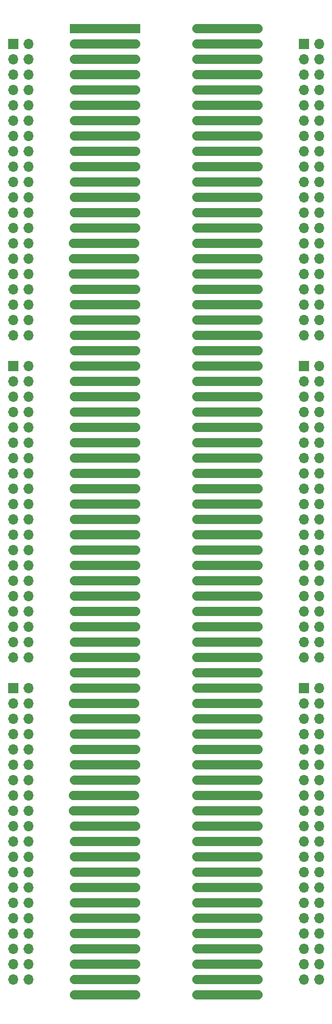
<source format=gbr>
%TF.GenerationSoftware,KiCad,Pcbnew,8.0.1*%
%TF.CreationDate,2024-03-17T17:03:55+00:00*%
%TF.ProjectId,ToastedBreadBoard128,546f6173-7465-4644-9272-656164426f61,rev?*%
%TF.SameCoordinates,Original*%
%TF.FileFunction,Copper,L2,Bot*%
%TF.FilePolarity,Positive*%
%FSLAX46Y46*%
G04 Gerber Fmt 4.6, Leading zero omitted, Abs format (unit mm)*
G04 Created by KiCad (PCBNEW 8.0.1) date 2024-03-17 17:03:55*
%MOMM*%
%LPD*%
G01*
G04 APERTURE LIST*
%TA.AperFunction,ComponentPad*%
%ADD10R,1.524000X1.524000*%
%TD*%
%TA.AperFunction,ComponentPad*%
%ADD11C,1.524000*%
%TD*%
%TA.AperFunction,ComponentPad*%
%ADD12O,11.700000X1.524000*%
%TD*%
%TA.AperFunction,ComponentPad*%
%ADD13R,1.700000X1.700000*%
%TD*%
%TA.AperFunction,ComponentPad*%
%ADD14O,1.700000X1.700000*%
%TD*%
%TA.AperFunction,Conductor*%
%ADD15C,1.000000*%
%TD*%
G04 APERTURE END LIST*
D10*
%TO.P,U1,1,PIN1*%
%TO.N,unconnected-(U1-PIN1-Pad1)*%
X123190000Y-29210000D03*
D11*
X120650000Y-29210000D03*
D12*
X118110000Y-29210000D03*
D11*
X115570000Y-29210000D03*
D10*
X113030000Y-29210000D03*
D11*
%TO.P,U1,2,PIN2*%
%TO.N,unconnected-(U1-PIN2-Pad2)*%
X123190000Y-31750000D03*
X120650000Y-31750000D03*
D12*
X118110000Y-31750000D03*
D11*
X115570000Y-31750000D03*
X113030000Y-31750000D03*
%TO.P,U1,3,PIN3*%
%TO.N,unconnected-(U1-PIN3-Pad3)*%
X123190000Y-34290000D03*
X120650000Y-34290000D03*
D12*
X118110000Y-34290000D03*
D11*
X115570000Y-34290000D03*
X113030000Y-34290000D03*
%TO.P,U1,4,PIN4*%
%TO.N,unconnected-(U1-PIN4-Pad4)*%
X123190000Y-36830000D03*
X120650000Y-36830000D03*
D12*
X118110000Y-36830000D03*
D11*
X115570000Y-36830000D03*
X113030000Y-36830000D03*
%TO.P,U1,5,PIN5*%
%TO.N,unconnected-(U1-PIN5-Pad5)*%
X123190000Y-39370000D03*
X120650000Y-39370000D03*
D12*
X118110000Y-39370000D03*
D11*
X115570000Y-39370000D03*
X113030000Y-39370000D03*
%TO.P,U1,6,PIN6*%
%TO.N,unconnected-(U1-PIN6-Pad6)*%
X123190000Y-41910000D03*
X120650000Y-41910000D03*
D12*
X118110000Y-41910000D03*
D11*
X115570000Y-41910000D03*
X113030000Y-41910000D03*
%TO.P,U1,7,PIN7*%
%TO.N,unconnected-(U1-PIN7-Pad7)*%
X123190000Y-44450000D03*
X120650000Y-44450000D03*
D12*
X118110000Y-44450000D03*
D11*
X115570000Y-44450000D03*
X113030000Y-44450000D03*
%TO.P,U1,8,PIN8*%
%TO.N,unconnected-(U1-PIN8-Pad8)*%
X123190000Y-46990000D03*
X120650000Y-46990000D03*
D12*
X118110000Y-46990000D03*
D11*
X115570000Y-46990000D03*
X113030000Y-46990000D03*
%TO.P,U1,9,PIN9*%
%TO.N,unconnected-(U1-PIN9-Pad9)*%
X123190000Y-49530000D03*
X120650000Y-49530000D03*
D12*
X118110000Y-49530000D03*
D11*
X115570000Y-49530000D03*
X113030000Y-49530000D03*
%TO.P,U1,10,PIN10*%
%TO.N,unconnected-(U1-PIN10-Pad10)*%
X123190000Y-52070000D03*
X120650000Y-52070000D03*
D12*
X118110000Y-52070000D03*
D11*
X115570000Y-52070000D03*
X113030000Y-52070000D03*
%TO.P,U1,11,PIN11*%
%TO.N,unconnected-(U1-PIN11-Pad11)*%
X123190000Y-54610000D03*
X120650000Y-54610000D03*
D12*
X118110000Y-54610000D03*
D11*
X115570000Y-54610000D03*
X113030000Y-54610000D03*
%TO.P,U1,12,PIN12*%
%TO.N,unconnected-(U1-PIN12-Pad12)*%
X123190000Y-57150000D03*
X120650000Y-57150000D03*
D12*
X118110000Y-57150000D03*
D11*
X115570000Y-57150000D03*
X113030000Y-57150000D03*
%TO.P,U1,13,PIN13*%
%TO.N,unconnected-(U1-PIN13-Pad13)*%
X123190000Y-59690000D03*
X120650000Y-59690000D03*
D12*
X118110000Y-59690000D03*
D11*
X115570000Y-59690000D03*
X113030000Y-59690000D03*
%TO.P,U1,14,PIN14*%
%TO.N,unconnected-(U1-PIN14-Pad14)*%
X123190000Y-62230000D03*
X120650000Y-62230000D03*
D12*
X118110000Y-62230000D03*
D11*
X115570000Y-62230000D03*
X113030000Y-62230000D03*
%TO.P,U1,15,PIN15*%
%TO.N,unconnected-(U1-PIN15-Pad15)*%
X123090000Y-64770000D03*
X120550000Y-64770000D03*
D12*
X118010000Y-64770000D03*
D11*
X115470000Y-64770000D03*
X112930000Y-64770000D03*
%TO.P,U1,16,PIN16*%
%TO.N,unconnected-(U1-PIN16-Pad16)*%
X123090000Y-67310000D03*
X120550000Y-67310000D03*
D12*
X118010000Y-67310000D03*
D11*
X115470000Y-67310000D03*
X112930000Y-67310000D03*
%TO.P,U1,17,PIN17*%
%TO.N,unconnected-(U1-PIN17-Pad17)*%
X123090000Y-69850000D03*
X120550000Y-69850000D03*
D12*
X118010000Y-69850000D03*
D11*
X115470000Y-69850000D03*
X112930000Y-69850000D03*
%TO.P,U1,18,PIN18*%
%TO.N,unconnected-(U1-PIN18-Pad18)*%
X123190000Y-72390000D03*
X120650000Y-72390000D03*
D12*
X118110000Y-72390000D03*
D11*
X115570000Y-72390000D03*
X113030000Y-72390000D03*
%TO.P,U1,19,PIN19*%
%TO.N,unconnected-(U1-PIN19-Pad19)*%
X123190000Y-74930000D03*
X120650000Y-74930000D03*
D12*
X118110000Y-74930000D03*
D11*
X115570000Y-74930000D03*
X113030000Y-74930000D03*
%TO.P,U1,20,PIN20*%
%TO.N,unconnected-(U1-PIN20-Pad20)*%
X123190000Y-77470000D03*
X120650000Y-77470000D03*
D12*
X118110000Y-77470000D03*
D11*
X115570000Y-77470000D03*
X113030000Y-77470000D03*
%TO.P,U1,21,PIN21*%
%TO.N,unconnected-(U1-PIN21-Pad21)*%
X123190000Y-80010000D03*
X120650000Y-80010000D03*
D12*
X118110000Y-80010000D03*
D11*
X115570000Y-80010000D03*
X113030000Y-80010000D03*
%TO.P,U1,22,PIN22*%
%TO.N,unconnected-(U1-PIN22-Pad22)*%
X123190000Y-82550000D03*
X120650000Y-82550000D03*
D12*
X118110000Y-82550000D03*
D11*
X115570000Y-82550000D03*
X113030000Y-82550000D03*
%TO.P,U1,23,PIN23*%
%TO.N,unconnected-(U1-PIN23-Pad23)*%
X123190000Y-85090000D03*
X120650000Y-85090000D03*
D12*
X118110000Y-85090000D03*
D11*
X115570000Y-85090000D03*
X113030000Y-85090000D03*
%TO.P,U1,24,PIN24*%
%TO.N,unconnected-(U1-PIN24-Pad24)*%
X123190000Y-87630000D03*
X120650000Y-87630000D03*
D12*
X118110000Y-87630000D03*
D11*
X115570000Y-87630000D03*
X113030000Y-87630000D03*
%TO.P,U1,25,PIN25*%
%TO.N,unconnected-(U1-PIN25-Pad25)*%
X123190000Y-90170000D03*
X120650000Y-90170000D03*
D12*
X118110000Y-90170000D03*
D11*
X115570000Y-90170000D03*
X113030000Y-90170000D03*
%TO.P,U1,26,PIN26*%
%TO.N,unconnected-(U1-PIN26-Pad26)*%
X123190000Y-92710000D03*
X120650000Y-92710000D03*
D12*
X118110000Y-92710000D03*
D11*
X115570000Y-92710000D03*
X113030000Y-92710000D03*
%TO.P,U1,27,PIN27*%
%TO.N,unconnected-(U1-PIN27-Pad27)*%
X123190000Y-95250000D03*
X120650000Y-95250000D03*
D12*
X118110000Y-95250000D03*
D11*
X115570000Y-95250000D03*
X113030000Y-95250000D03*
%TO.P,U1,28,PIN28*%
%TO.N,unconnected-(U1-PIN28-Pad28)*%
X123190000Y-97790000D03*
X120650000Y-97790000D03*
D12*
X118110000Y-97790000D03*
D11*
X115570000Y-97790000D03*
X113030000Y-97790000D03*
%TO.P,U1,29,PIN29*%
%TO.N,unconnected-(U1-PIN29-Pad29)*%
X123190000Y-100330000D03*
X120550000Y-100330000D03*
D12*
X118110000Y-100330000D03*
D11*
X115470000Y-100330000D03*
X113030000Y-100330000D03*
%TO.P,U1,30,PIN30*%
%TO.N,unconnected-(U1-PIN30-Pad30)*%
X123190000Y-102870000D03*
X120650000Y-102870000D03*
D12*
X118110000Y-102870000D03*
D11*
X115570000Y-102870000D03*
X113030000Y-102870000D03*
%TO.P,U1,31,PIN31*%
%TO.N,unconnected-(U1-PIN31-Pad31)*%
X123190000Y-105410000D03*
X120650000Y-105410000D03*
D12*
X118110000Y-105410000D03*
D11*
X115570000Y-105410000D03*
X113030000Y-105410000D03*
%TO.P,U1,32,PIN32*%
%TO.N,unconnected-(U1-PIN32-Pad32)*%
X123190000Y-107950000D03*
X120650000Y-107950000D03*
D12*
X118110000Y-107950000D03*
D11*
X115570000Y-107950000D03*
X113030000Y-107950000D03*
%TO.P,U1,33,PIN33*%
%TO.N,unconnected-(U1-PIN33-Pad33)*%
X123190000Y-110490000D03*
X120650000Y-110490000D03*
D12*
X118110000Y-110490000D03*
D11*
X115570000Y-110490000D03*
X113030000Y-110490000D03*
%TO.P,U1,34,PIN34*%
%TO.N,unconnected-(U1-PIN34-Pad34)*%
X123190000Y-113030000D03*
X120650000Y-113030000D03*
D12*
X118110000Y-113030000D03*
D11*
X115570000Y-113030000D03*
X113030000Y-113030000D03*
%TO.P,U1,35,PIN35*%
%TO.N,unconnected-(U1-PIN35-Pad35)*%
X123190000Y-115570000D03*
X120650000Y-115570000D03*
D12*
X118110000Y-115570000D03*
D11*
X115570000Y-115570000D03*
X113030000Y-115570000D03*
%TO.P,U1,36,PIN36*%
%TO.N,unconnected-(U1-PIN36-Pad36)*%
X123190000Y-118110000D03*
X120650000Y-118110000D03*
D12*
X118110000Y-118110000D03*
D11*
X115570000Y-118110000D03*
X113030000Y-118110000D03*
%TO.P,U1,37,PIN37*%
%TO.N,unconnected-(U1-PIN37-Pad37)*%
X123190000Y-120650000D03*
X120650000Y-120650000D03*
D12*
X118110000Y-120650000D03*
D11*
X115570000Y-120650000D03*
X113030000Y-120650000D03*
%TO.P,U1,38,PIN38*%
%TO.N,unconnected-(U1-PIN38-Pad38)*%
X123190000Y-123190000D03*
X120650000Y-123190000D03*
D12*
X118110000Y-123190000D03*
D11*
X115570000Y-123190000D03*
X113030000Y-123190000D03*
%TO.P,U1,39,PIN39*%
%TO.N,unconnected-(U1-PIN39-Pad39)*%
X123190000Y-125730000D03*
X120650000Y-125730000D03*
D12*
X118110000Y-125730000D03*
D11*
X115570000Y-125730000D03*
X113030000Y-125730000D03*
%TO.P,U1,40,PIN40*%
%TO.N,unconnected-(U1-PIN40-Pad40)*%
X123190000Y-128270000D03*
X120650000Y-128270000D03*
D12*
X118110000Y-128270000D03*
D11*
X115570000Y-128270000D03*
X113030000Y-128270000D03*
%TO.P,U1,41,PIN41*%
%TO.N,unconnected-(U1-PIN41-Pad41)*%
X123190000Y-130810000D03*
X120650000Y-130810000D03*
D12*
X118110000Y-130810000D03*
D11*
X115570000Y-130810000D03*
X113030000Y-130810000D03*
%TO.P,U1,42,PIN42*%
%TO.N,unconnected-(U1-PIN42-Pad42)*%
X123190000Y-133350000D03*
X120650000Y-133350000D03*
D12*
X118110000Y-133350000D03*
D11*
X115570000Y-133350000D03*
X113030000Y-133350000D03*
%TO.P,U1,43,PIN43*%
%TO.N,unconnected-(U1-PIN43-Pad43)*%
X123190000Y-135890000D03*
X120650000Y-135890000D03*
D12*
X118110000Y-135890000D03*
D11*
X115570000Y-135890000D03*
X113030000Y-135890000D03*
%TO.P,U1,44,PIN44*%
%TO.N,unconnected-(U1-PIN44-Pad44)*%
X123190000Y-138430000D03*
X120650000Y-138430000D03*
D12*
X118110000Y-138430000D03*
D11*
X115570000Y-138430000D03*
X113030000Y-138430000D03*
%TO.P,U1,45,PIN45*%
%TO.N,unconnected-(U1-PIN45-Pad45)*%
X123090000Y-140970000D03*
X120550000Y-140970000D03*
D12*
X118010000Y-140970000D03*
D11*
X115470000Y-140970000D03*
X112930000Y-140970000D03*
%TO.P,U1,46,PIN46*%
%TO.N,unconnected-(U1-PIN46-Pad46)*%
X123190000Y-143510000D03*
X120650000Y-143510000D03*
D12*
X118110000Y-143510000D03*
D11*
X115570000Y-143510000D03*
X113030000Y-143510000D03*
%TO.P,U1,47,PIN47*%
%TO.N,unconnected-(U1-PIN47-Pad47)*%
X123190000Y-146050000D03*
X120650000Y-146050000D03*
D12*
X118110000Y-146050000D03*
D11*
X115570000Y-146050000D03*
X113030000Y-146050000D03*
%TO.P,U1,48,PIN48*%
%TO.N,unconnected-(U1-PIN48-Pad48)*%
X123190000Y-148590000D03*
X120650000Y-148590000D03*
D12*
X118110000Y-148590000D03*
D11*
X115570000Y-148590000D03*
X113030000Y-148590000D03*
%TO.P,U1,49,PIN49*%
%TO.N,unconnected-(U1-PIN49-Pad49)*%
X123190000Y-151130000D03*
X120650000Y-151130000D03*
D12*
X118110000Y-151130000D03*
D11*
X115570000Y-151130000D03*
X113030000Y-151130000D03*
%TO.P,U1,50,PIN50*%
%TO.N,unconnected-(U1-PIN50-Pad50)*%
X123190000Y-153670000D03*
X120650000Y-153670000D03*
D12*
X118110000Y-153670000D03*
D11*
X115570000Y-153670000D03*
X113030000Y-153670000D03*
%TO.P,U1,51,PIN51*%
%TO.N,unconnected-(U1-PIN51-Pad51)*%
X123090000Y-156210000D03*
X120550000Y-156210000D03*
D12*
X118010000Y-156210000D03*
D11*
X115470000Y-156210000D03*
X112930000Y-156210000D03*
%TO.P,U1,52,PIN52*%
%TO.N,unconnected-(U1-PIN52-Pad52)*%
X123090000Y-158750000D03*
X120550000Y-158750000D03*
D12*
X118010000Y-158750000D03*
D11*
X115470000Y-158750000D03*
X112930000Y-158750000D03*
%TO.P,U1,53,PIN53*%
%TO.N,unconnected-(U1-PIN53-Pad53)*%
X123190000Y-161290000D03*
X120650000Y-161290000D03*
D12*
X118110000Y-161290000D03*
D11*
X115570000Y-161290000D03*
X113030000Y-161290000D03*
%TO.P,U1,54,PIN54*%
%TO.N,unconnected-(U1-PIN54-Pad54)*%
X123190000Y-163830000D03*
X120650000Y-163830000D03*
D12*
X118110000Y-163830000D03*
D11*
X115570000Y-163830000D03*
X113030000Y-163830000D03*
%TO.P,U1,55,PIN55*%
%TO.N,unconnected-(U1-PIN55-Pad55)*%
X123190000Y-166370000D03*
X120650000Y-166370000D03*
D12*
X118110000Y-166370000D03*
D11*
X115570000Y-166370000D03*
X113030000Y-166370000D03*
%TO.P,U1,56,PIN56*%
%TO.N,unconnected-(U1-PIN56-Pad56)*%
X123190000Y-168910000D03*
X120650000Y-168910000D03*
D12*
X118110000Y-168910000D03*
D11*
X115570000Y-168910000D03*
X113030000Y-168910000D03*
%TO.P,U1,57,PIN57*%
%TO.N,unconnected-(U1-PIN57-Pad57)*%
X123190000Y-171450000D03*
X120650000Y-171450000D03*
D12*
X118110000Y-171450000D03*
D11*
X115570000Y-171450000D03*
X113030000Y-171450000D03*
%TO.P,U1,58,PIN58*%
%TO.N,unconnected-(U1-PIN58-Pad58)*%
X123190000Y-173990000D03*
X120650000Y-173990000D03*
D12*
X118110000Y-173990000D03*
D11*
X115570000Y-173990000D03*
X113030000Y-173990000D03*
%TO.P,U1,59,PIN59*%
%TO.N,unconnected-(U1-PIN59-Pad59)*%
X123190000Y-176530000D03*
X120650000Y-176530000D03*
D12*
X118110000Y-176530000D03*
D11*
X115570000Y-176530000D03*
X113030000Y-176530000D03*
%TO.P,U1,60,PIN60*%
%TO.N,unconnected-(U1-PIN60-Pad60)*%
X123190000Y-179070000D03*
X120650000Y-179070000D03*
D12*
X118110000Y-179070000D03*
D11*
X115570000Y-179070000D03*
X113030000Y-179070000D03*
%TO.P,U1,61,PIN61*%
%TO.N,unconnected-(U1-PIN61-Pad61)*%
X123190000Y-181610000D03*
X120650000Y-181610000D03*
D12*
X118110000Y-181610000D03*
D11*
X115570000Y-181610000D03*
X113030000Y-181610000D03*
%TO.P,U1,62,PIN62*%
%TO.N,unconnected-(U1-PIN62-Pad62)*%
X123190000Y-184150000D03*
X120650000Y-184150000D03*
D12*
X118110000Y-184150000D03*
D11*
X115570000Y-184150000D03*
X113030000Y-184150000D03*
%TO.P,U1,63,PIN63*%
%TO.N,unconnected-(U1-PIN63-Pad63)*%
X123190000Y-186690000D03*
X120650000Y-186690000D03*
D12*
X118110000Y-186690000D03*
D11*
X115570000Y-186690000D03*
X113030000Y-186690000D03*
%TO.P,U1,64,PIN64*%
%TO.N,unconnected-(U1-PIN64-Pad64)*%
X123190000Y-189230000D03*
X120650000Y-189230000D03*
D12*
X118110000Y-189230000D03*
D11*
X115570000Y-189230000D03*
X113030000Y-189230000D03*
%TO.P,U1,65,PIN65*%
%TO.N,unconnected-(U1-PIN65-Pad65)*%
X143510000Y-189230000D03*
X140970000Y-189230000D03*
D12*
X138430000Y-189230000D03*
D11*
X135890000Y-189230000D03*
X133350000Y-189230000D03*
%TO.P,U1,66,PIN66*%
%TO.N,unconnected-(U1-PIN66-Pad66)*%
X143510000Y-186690000D03*
X140970000Y-186690000D03*
D12*
X138430000Y-186690000D03*
D11*
X135890000Y-186690000D03*
X133350000Y-186690000D03*
%TO.P,U1,67,PIN67*%
%TO.N,unconnected-(U1-PIN67-Pad67)*%
X143510000Y-184150000D03*
X140970000Y-184150000D03*
D12*
X138430000Y-184150000D03*
D11*
X135890000Y-184150000D03*
X133350000Y-184150000D03*
%TO.P,U1,68,PIN68*%
%TO.N,unconnected-(U1-PIN68-Pad68)*%
X143510000Y-181610000D03*
X140970000Y-181610000D03*
D12*
X138430000Y-181610000D03*
D11*
X135890000Y-181610000D03*
X133350000Y-181610000D03*
%TO.P,U1,69,PIN69*%
%TO.N,unconnected-(U1-PIN69-Pad69)*%
X143510000Y-179070000D03*
X140970000Y-179070000D03*
D12*
X138430000Y-179070000D03*
D11*
X135890000Y-179070000D03*
X133350000Y-179070000D03*
%TO.P,U1,70,PIN70*%
%TO.N,unconnected-(U1-PIN70-Pad70)*%
X143510000Y-176530000D03*
X140970000Y-176530000D03*
D12*
X138430000Y-176530000D03*
D11*
X135890000Y-176530000D03*
X133350000Y-176530000D03*
%TO.P,U1,71,PIN71*%
%TO.N,unconnected-(U1-PIN71-Pad71)*%
X143510000Y-173990000D03*
X140970000Y-173990000D03*
D12*
X138430000Y-173990000D03*
D11*
X135890000Y-173990000D03*
X133350000Y-173990000D03*
%TO.P,U1,72,PIN72*%
%TO.N,unconnected-(U1-PIN72-Pad72)*%
X143510000Y-171450000D03*
X140970000Y-171450000D03*
D12*
X138430000Y-171450000D03*
D11*
X135890000Y-171450000D03*
X133350000Y-171450000D03*
%TO.P,U1,73,PIN73*%
%TO.N,unconnected-(U1-PIN73-Pad73)*%
X143510000Y-168910000D03*
X140970000Y-168910000D03*
D12*
X138430000Y-168910000D03*
D11*
X135890000Y-168910000D03*
X133350000Y-168910000D03*
%TO.P,U1,74,PIN74*%
%TO.N,unconnected-(U1-PIN74-Pad74)*%
X143510000Y-166370000D03*
X140970000Y-166370000D03*
D12*
X138430000Y-166370000D03*
D11*
X135890000Y-166370000D03*
X133350000Y-166370000D03*
%TO.P,U1,75,PIN75*%
%TO.N,unconnected-(U1-PIN75-Pad75)*%
X143510000Y-163830000D03*
X140970000Y-163830000D03*
D12*
X138430000Y-163830000D03*
D11*
X135890000Y-163830000D03*
X133350000Y-163830000D03*
%TO.P,U1,76,PIN76*%
%TO.N,unconnected-(U1-PIN76-Pad76)*%
X143510000Y-161290000D03*
X140970000Y-161290000D03*
D12*
X138430000Y-161290000D03*
D11*
X135890000Y-161290000D03*
X133350000Y-161290000D03*
%TO.P,U1,77,PIN77*%
%TO.N,unconnected-(U1-PIN77-Pad77)*%
X143510000Y-158750000D03*
X140970000Y-158750000D03*
D12*
X138430000Y-158750000D03*
D11*
X135890000Y-158750000D03*
X133350000Y-158750000D03*
%TO.P,U1,78,PIN78*%
%TO.N,unconnected-(U1-PIN78-Pad78)*%
X143510000Y-156210000D03*
X140970000Y-156210000D03*
D12*
X138430000Y-156210000D03*
D11*
X135890000Y-156210000D03*
X133350000Y-156210000D03*
%TO.P,U1,79,PIN79*%
%TO.N,unconnected-(U1-PIN79-Pad79)*%
X143510000Y-153670000D03*
X140970000Y-153670000D03*
D12*
X138430000Y-153670000D03*
D11*
X135890000Y-153670000D03*
X133350000Y-153670000D03*
%TO.P,U1,80,PIN80*%
%TO.N,unconnected-(U1-PIN80-Pad80)*%
X143510000Y-151130000D03*
X140970000Y-151130000D03*
D12*
X138430000Y-151130000D03*
D11*
X135890000Y-151130000D03*
X133350000Y-151130000D03*
%TO.P,U1,81,PIN81*%
%TO.N,unconnected-(U1-PIN81-Pad81)*%
X143510000Y-148590000D03*
X140970000Y-148590000D03*
D12*
X138430000Y-148590000D03*
D11*
X135890000Y-148590000D03*
X133350000Y-148590000D03*
%TO.P,U1,82,PIN82*%
%TO.N,unconnected-(U1-PIN82-Pad82)*%
X143510000Y-146050000D03*
X140970000Y-146050000D03*
D12*
X138430000Y-146050000D03*
D11*
X135890000Y-146050000D03*
X133350000Y-146050000D03*
%TO.P,U1,83,PIN83*%
%TO.N,unconnected-(U1-PIN83-Pad83)*%
X143510000Y-143510000D03*
X140970000Y-143510000D03*
D12*
X138430000Y-143510000D03*
D11*
X135890000Y-143510000D03*
X133350000Y-143510000D03*
%TO.P,U1,84,PIN84*%
%TO.N,unconnected-(U1-PIN84-Pad84)*%
X143510000Y-140970000D03*
X140970000Y-140970000D03*
D12*
X138430000Y-140970000D03*
D11*
X135890000Y-140970000D03*
X133350000Y-140970000D03*
%TO.P,U1,85,PIN85*%
%TO.N,unconnected-(U1-PIN85-Pad85)*%
X143510000Y-138430000D03*
X140970000Y-138430000D03*
D12*
X138430000Y-138430000D03*
D11*
X135890000Y-138430000D03*
X133350000Y-138430000D03*
%TO.P,U1,86,PIN86*%
%TO.N,unconnected-(U1-PIN86-Pad86)*%
X143510000Y-135890000D03*
X140970000Y-135890000D03*
D12*
X138430000Y-135890000D03*
D11*
X135890000Y-135890000D03*
X133350000Y-135890000D03*
%TO.P,U1,87,PIN87*%
%TO.N,unconnected-(U1-PIN87-Pad87)*%
X143510000Y-133350000D03*
X140970000Y-133350000D03*
D12*
X138430000Y-133350000D03*
D11*
X135890000Y-133350000D03*
X133350000Y-133350000D03*
%TO.P,U1,88,PIN88*%
%TO.N,unconnected-(U1-PIN88-Pad88)*%
X143510000Y-130810000D03*
X140970000Y-130810000D03*
D12*
X138430000Y-130810000D03*
D11*
X135890000Y-130810000D03*
X133350000Y-130810000D03*
%TO.P,U1,89,PIN89*%
%TO.N,unconnected-(U1-PIN89-Pad89)*%
X143510000Y-128270000D03*
X140970000Y-128270000D03*
D12*
X138430000Y-128270000D03*
D11*
X135890000Y-128270000D03*
X133350000Y-128270000D03*
%TO.P,U1,90,PIN90*%
%TO.N,unconnected-(U1-PIN90-Pad90)*%
X143510000Y-125730000D03*
X140970000Y-125730000D03*
D12*
X138430000Y-125730000D03*
D11*
X135890000Y-125730000D03*
X133350000Y-125730000D03*
%TO.P,U1,91,PIN91*%
%TO.N,unconnected-(U1-PIN91-Pad91)*%
X143510000Y-123190000D03*
X140970000Y-123190000D03*
D12*
X138430000Y-123190000D03*
D11*
X135890000Y-123190000D03*
X133350000Y-123190000D03*
%TO.P,U1,92,PIN92*%
%TO.N,unconnected-(U1-PIN92-Pad92)*%
X143510000Y-120650000D03*
X140970000Y-120650000D03*
D12*
X138430000Y-120650000D03*
D11*
X135890000Y-120650000D03*
X133350000Y-120650000D03*
%TO.P,U1,93,PIN93*%
%TO.N,unconnected-(U1-PIN93-Pad93)*%
X143510000Y-118110000D03*
X140970000Y-118110000D03*
D12*
X138430000Y-118110000D03*
D11*
X135890000Y-118110000D03*
X133350000Y-118110000D03*
%TO.P,U1,94,PIN94*%
%TO.N,unconnected-(U1-PIN94-Pad94)*%
X143510000Y-115570000D03*
X140970000Y-115570000D03*
D12*
X138430000Y-115570000D03*
D11*
X135890000Y-115570000D03*
X133350000Y-115570000D03*
%TO.P,U1,95,PIN95*%
%TO.N,unconnected-(U1-PIN95-Pad95)*%
X143510000Y-113030000D03*
X140970000Y-113030000D03*
D12*
X138430000Y-113030000D03*
D11*
X135890000Y-113030000D03*
X133350000Y-113030000D03*
%TO.P,U1,96,PIN96*%
%TO.N,unconnected-(U1-PIN96-Pad96)*%
X143510000Y-110490000D03*
X140970000Y-110490000D03*
D12*
X138430000Y-110490000D03*
D11*
X135890000Y-110490000D03*
X133350000Y-110490000D03*
%TO.P,U1,97,PIN97*%
%TO.N,unconnected-(U1-PIN97-Pad97)*%
X143510000Y-107950000D03*
X140970000Y-107950000D03*
D12*
X138430000Y-107950000D03*
D11*
X135890000Y-107950000D03*
X133350000Y-107950000D03*
%TO.P,U1,98,PIN98*%
%TO.N,unconnected-(U1-PIN98-Pad98)*%
X143510000Y-105410000D03*
X140970000Y-105410000D03*
D12*
X138430000Y-105410000D03*
D11*
X135890000Y-105410000D03*
X133350000Y-105410000D03*
%TO.P,U1,99,PIN99*%
%TO.N,unconnected-(U1-PIN99-Pad99)*%
X143510000Y-102870000D03*
X140970000Y-102870000D03*
D12*
X138430000Y-102870000D03*
D11*
X135890000Y-102870000D03*
X133350000Y-102870000D03*
%TO.P,U1,100,PIN100*%
%TO.N,unconnected-(U1-PIN100-Pad100)*%
X143510000Y-100330000D03*
X140970000Y-100330000D03*
D12*
X138430000Y-100330000D03*
D11*
X135890000Y-100330000D03*
X133350000Y-100330000D03*
%TO.P,U1,101,PIN101*%
%TO.N,unconnected-(U1-PIN101-Pad101)*%
X143510000Y-97790000D03*
X140970000Y-97790000D03*
D12*
X138430000Y-97790000D03*
D11*
X135890000Y-97790000D03*
X133350000Y-97790000D03*
%TO.P,U1,102,PIN102*%
%TO.N,unconnected-(U1-PIN102-Pad102)*%
X143510000Y-95250000D03*
X140970000Y-95250000D03*
D12*
X138430000Y-95250000D03*
D11*
X135890000Y-95250000D03*
X133350000Y-95250000D03*
%TO.P,U1,103,PIN103*%
%TO.N,unconnected-(U1-PIN103-Pad103)*%
X143510000Y-92710000D03*
X140970000Y-92710000D03*
D12*
X138430000Y-92710000D03*
D11*
X135890000Y-92710000D03*
X133350000Y-92710000D03*
%TO.P,U1,104,PIN104*%
%TO.N,unconnected-(U1-PIN104-Pad104)*%
X143510000Y-90170000D03*
X140970000Y-90170000D03*
D12*
X138430000Y-90170000D03*
D11*
X135890000Y-90170000D03*
X133350000Y-90170000D03*
%TO.P,U1,105,PIN105*%
%TO.N,unconnected-(U1-PIN105-Pad105)*%
X143510000Y-87630000D03*
X140970000Y-87630000D03*
D12*
X138430000Y-87630000D03*
D11*
X135890000Y-87630000D03*
X133350000Y-87630000D03*
%TO.P,U1,106,PIN106*%
%TO.N,unconnected-(U1-PIN106-Pad106)*%
X143510000Y-85090000D03*
X140970000Y-85090000D03*
D12*
X138430000Y-85090000D03*
D11*
X135890000Y-85090000D03*
X133350000Y-85090000D03*
%TO.P,U1,107,PIN107*%
%TO.N,unconnected-(U1-PIN107-Pad107)*%
X143510000Y-82550000D03*
X140970000Y-82550000D03*
D12*
X138430000Y-82550000D03*
D11*
X135890000Y-82550000D03*
X133350000Y-82550000D03*
%TO.P,U1,108,PIN108*%
%TO.N,unconnected-(U1-PIN108-Pad108)*%
X143510000Y-80010000D03*
X140970000Y-80010000D03*
D12*
X138430000Y-80010000D03*
D11*
X135890000Y-80010000D03*
X133350000Y-80010000D03*
%TO.P,U1,109,PIN109*%
%TO.N,unconnected-(U1-PIN109-Pad109)*%
X143510000Y-77470000D03*
X140970000Y-77470000D03*
D12*
X138430000Y-77470000D03*
D11*
X135890000Y-77470000D03*
X133350000Y-77470000D03*
%TO.P,U1,110,PIN110*%
%TO.N,unconnected-(U1-PIN110-Pad110)*%
X143510000Y-74930000D03*
X140970000Y-74930000D03*
D12*
X138430000Y-74930000D03*
D11*
X135890000Y-74930000D03*
X133350000Y-74930000D03*
%TO.P,U1,111,PIN111*%
%TO.N,unconnected-(U1-PIN111-Pad111)*%
X143510000Y-72390000D03*
X140970000Y-72390000D03*
D12*
X138430000Y-72390000D03*
D11*
X135890000Y-72390000D03*
X133350000Y-72390000D03*
%TO.P,U1,112,PIN112*%
%TO.N,unconnected-(U1-PIN112-Pad112)*%
X143510000Y-69850000D03*
X140970000Y-69850000D03*
D12*
X138430000Y-69850000D03*
D11*
X135890000Y-69850000D03*
X133350000Y-69850000D03*
%TO.P,U1,113,PIN113*%
%TO.N,unconnected-(U1-PIN113-Pad113)*%
X143510000Y-67310000D03*
X140970000Y-67310000D03*
D12*
X138430000Y-67310000D03*
D11*
X135890000Y-67310000D03*
X133350000Y-67310000D03*
%TO.P,U1,114,PIN114*%
%TO.N,unconnected-(U1-PIN114-Pad114)*%
X143510000Y-64770000D03*
X140970000Y-64770000D03*
D12*
X138430000Y-64770000D03*
D11*
X135890000Y-64770000D03*
X133350000Y-64770000D03*
%TO.P,U1,115,PIN115*%
%TO.N,unconnected-(U1-PIN115-Pad115)*%
X143510000Y-62230000D03*
X140970000Y-62230000D03*
D12*
X138430000Y-62230000D03*
D11*
X135890000Y-62230000D03*
X133350000Y-62230000D03*
%TO.P,U1,116,PIN116*%
%TO.N,unconnected-(U1-PIN116-Pad116)*%
X143510000Y-59690000D03*
X140970000Y-59690000D03*
D12*
X138430000Y-59690000D03*
D11*
X135890000Y-59690000D03*
X133350000Y-59690000D03*
%TO.P,U1,117,PIN117*%
%TO.N,unconnected-(U1-PIN117-Pad117)*%
X143510000Y-57150000D03*
X140970000Y-57150000D03*
D12*
X138430000Y-57150000D03*
D11*
X135890000Y-57150000D03*
X133350000Y-57150000D03*
%TO.P,U1,118,PIN118*%
%TO.N,unconnected-(U1-PIN118-Pad118)*%
X143510000Y-54610000D03*
X140970000Y-54610000D03*
D12*
X138430000Y-54610000D03*
D11*
X135890000Y-54610000D03*
X133350000Y-54610000D03*
%TO.P,U1,119,PIN119*%
%TO.N,unconnected-(U1-PIN119-Pad119)*%
X143510000Y-52070000D03*
X140970000Y-52070000D03*
D12*
X138430000Y-52070000D03*
D11*
X135890000Y-52070000D03*
X133350000Y-52070000D03*
%TO.P,U1,120,PIN120*%
%TO.N,unconnected-(U1-PIN120-Pad120)*%
X143510000Y-49530000D03*
X140970000Y-49530000D03*
D12*
X138430000Y-49530000D03*
D11*
X135890000Y-49530000D03*
X133350000Y-49530000D03*
%TO.P,U1,121,PIN121*%
%TO.N,unconnected-(U1-PIN121-Pad121)*%
X143510000Y-46990000D03*
X140970000Y-46990000D03*
D12*
X138430000Y-46990000D03*
D11*
X135890000Y-46990000D03*
X133350000Y-46990000D03*
%TO.P,U1,122,PIN122*%
%TO.N,unconnected-(U1-PIN122-Pad122)*%
X143510000Y-44450000D03*
X140970000Y-44450000D03*
D12*
X138430000Y-44450000D03*
D11*
X135890000Y-44450000D03*
X133350000Y-44450000D03*
%TO.P,U1,123,PIN123*%
%TO.N,unconnected-(U1-PIN123-Pad123)*%
X143510000Y-41910000D03*
X140970000Y-41910000D03*
D12*
X138430000Y-41910000D03*
D11*
X135890000Y-41910000D03*
X133350000Y-41910000D03*
%TO.P,U1,124,PIN124*%
%TO.N,unconnected-(U1-PIN124-Pad124)*%
X143510000Y-39370000D03*
X140970000Y-39370000D03*
D12*
X138430000Y-39370000D03*
D11*
X135890000Y-39370000D03*
X133350000Y-39370000D03*
%TO.P,U1,125,PIN125*%
%TO.N,unconnected-(U1-PIN125-Pad125)*%
X143510000Y-36830000D03*
X140970000Y-36830000D03*
D12*
X138430000Y-36830000D03*
D11*
X135890000Y-36830000D03*
X133350000Y-36830000D03*
%TO.P,U1,126,PIN126*%
%TO.N,unconnected-(U1-PIN126-Pad126)*%
X143510000Y-34290000D03*
X140970000Y-34290000D03*
D12*
X138430000Y-34290000D03*
D11*
X135890000Y-34290000D03*
X133350000Y-34290000D03*
%TO.P,U1,127,PIN125*%
%TO.N,unconnected-(U1-PIN125-Pad127)*%
X143510000Y-31750000D03*
X140970000Y-31750000D03*
D12*
X138430000Y-31750000D03*
D11*
X135890000Y-31750000D03*
X133350000Y-31750000D03*
%TO.P,U1,128,PIN126*%
%TO.N,unconnected-(U1-PIN126-Pad128)*%
X143510000Y-29210000D03*
X140970000Y-29210000D03*
D12*
X138430000Y-29210000D03*
D11*
X135890000Y-29210000D03*
X133350000Y-29210000D03*
%TD*%
D13*
%TO.P,J6,1,Pin_1*%
%TO.N,Net-(J6-Pin_1)*%
X151130000Y-138430000D03*
D14*
%TO.P,J6,2,Pin_2*%
%TO.N,Net-(J6-Pin_10)*%
X153670000Y-138430000D03*
%TO.P,J6,3,Pin_3*%
%TO.N,Net-(J6-Pin_1)*%
X151130000Y-140970000D03*
%TO.P,J6,4,Pin_4*%
%TO.N,Net-(J6-Pin_10)*%
X153670000Y-140970000D03*
%TO.P,J6,5,Pin_5*%
%TO.N,Net-(J6-Pin_1)*%
X151130000Y-143510000D03*
%TO.P,J6,6,Pin_6*%
%TO.N,Net-(J6-Pin_10)*%
X153670000Y-143510000D03*
%TO.P,J6,7,Pin_7*%
%TO.N,Net-(J6-Pin_1)*%
X151130000Y-146050000D03*
%TO.P,J6,8,Pin_8*%
%TO.N,Net-(J6-Pin_10)*%
X153670000Y-146050000D03*
%TO.P,J6,9,Pin_9*%
%TO.N,Net-(J6-Pin_1)*%
X151130000Y-148590000D03*
%TO.P,J6,10,Pin_10*%
%TO.N,Net-(J6-Pin_10)*%
X153670000Y-148590000D03*
%TO.P,J6,11,Pin_11*%
%TO.N,Net-(J6-Pin_1)*%
X151130000Y-151130000D03*
%TO.P,J6,12,Pin_12*%
%TO.N,Net-(J6-Pin_10)*%
X153670000Y-151130000D03*
%TO.P,J6,13,Pin_13*%
%TO.N,Net-(J6-Pin_1)*%
X151130000Y-153670000D03*
%TO.P,J6,14,Pin_14*%
%TO.N,Net-(J6-Pin_10)*%
X153670000Y-153670000D03*
%TO.P,J6,15,Pin_15*%
%TO.N,Net-(J6-Pin_1)*%
X151130000Y-156210000D03*
%TO.P,J6,16,Pin_16*%
%TO.N,Net-(J6-Pin_10)*%
X153670000Y-156210000D03*
%TO.P,J6,17,Pin_17*%
%TO.N,Net-(J6-Pin_1)*%
X151130000Y-158750000D03*
%TO.P,J6,18,Pin_18*%
%TO.N,Net-(J6-Pin_10)*%
X153670000Y-158750000D03*
%TO.P,J6,19,Pin_19*%
%TO.N,Net-(J6-Pin_1)*%
X151130000Y-161290000D03*
%TO.P,J6,20,Pin_20*%
%TO.N,Net-(J6-Pin_10)*%
X153670000Y-161290000D03*
%TO.P,J6,21,Pin_21*%
%TO.N,Net-(J6-Pin_1)*%
X151130000Y-163830000D03*
%TO.P,J6,22,Pin_22*%
%TO.N,Net-(J6-Pin_10)*%
X153670000Y-163830000D03*
%TO.P,J6,23,Pin_23*%
%TO.N,Net-(J6-Pin_1)*%
X151130000Y-166370000D03*
%TO.P,J6,24,Pin_24*%
%TO.N,Net-(J6-Pin_10)*%
X153670000Y-166370000D03*
%TO.P,J6,25,Pin_25*%
%TO.N,Net-(J6-Pin_1)*%
X151130000Y-168910000D03*
%TO.P,J6,26,Pin_26*%
%TO.N,Net-(J6-Pin_10)*%
X153670000Y-168910000D03*
%TO.P,J6,27,Pin_27*%
%TO.N,Net-(J6-Pin_1)*%
X151130000Y-171450000D03*
%TO.P,J6,28,Pin_28*%
%TO.N,Net-(J6-Pin_10)*%
X153670000Y-171450000D03*
%TO.P,J6,29,Pin_29*%
%TO.N,Net-(J6-Pin_1)*%
X151130000Y-173990000D03*
%TO.P,J6,30,Pin_30*%
%TO.N,Net-(J6-Pin_10)*%
X153670000Y-173990000D03*
%TO.P,J6,31,Pin_31*%
%TO.N,Net-(J6-Pin_1)*%
X151130000Y-176530000D03*
%TO.P,J6,32,Pin_32*%
%TO.N,Net-(J6-Pin_10)*%
X153670000Y-176530000D03*
%TO.P,J6,33,Pin_33*%
%TO.N,Net-(J6-Pin_1)*%
X151130000Y-179070000D03*
%TO.P,J6,34,Pin_34*%
%TO.N,Net-(J6-Pin_10)*%
X153670000Y-179070000D03*
%TO.P,J6,35,Pin_35*%
%TO.N,Net-(J6-Pin_1)*%
X151130000Y-181610000D03*
%TO.P,J6,36,Pin_36*%
%TO.N,Net-(J6-Pin_10)*%
X153670000Y-181610000D03*
%TO.P,J6,37,Pin_37*%
%TO.N,Net-(J6-Pin_1)*%
X151130000Y-184150000D03*
%TO.P,J6,38,Pin_38*%
%TO.N,Net-(J6-Pin_10)*%
X153670000Y-184150000D03*
%TO.P,J6,39,Pin_39*%
%TO.N,Net-(J6-Pin_1)*%
X151130000Y-186690000D03*
%TO.P,J6,40,Pin_40*%
%TO.N,Net-(J6-Pin_10)*%
X153670000Y-186690000D03*
%TD*%
D13*
%TO.P,J4,1,Pin_1*%
%TO.N,Net-(J4-Pin_1)*%
X151130000Y-31750000D03*
D14*
%TO.P,J4,2,Pin_2*%
%TO.N,Net-(J4-Pin_10)*%
X153670000Y-31750000D03*
%TO.P,J4,3,Pin_3*%
%TO.N,Net-(J4-Pin_1)*%
X151130000Y-34290000D03*
%TO.P,J4,4,Pin_4*%
%TO.N,Net-(J4-Pin_10)*%
X153670000Y-34290000D03*
%TO.P,J4,5,Pin_5*%
%TO.N,Net-(J4-Pin_1)*%
X151130000Y-36830000D03*
%TO.P,J4,6,Pin_6*%
%TO.N,Net-(J4-Pin_10)*%
X153670000Y-36830000D03*
%TO.P,J4,7,Pin_7*%
%TO.N,Net-(J4-Pin_1)*%
X151130000Y-39370000D03*
%TO.P,J4,8,Pin_8*%
%TO.N,Net-(J4-Pin_10)*%
X153670000Y-39370000D03*
%TO.P,J4,9,Pin_9*%
%TO.N,Net-(J4-Pin_1)*%
X151130000Y-41910000D03*
%TO.P,J4,10,Pin_10*%
%TO.N,Net-(J4-Pin_10)*%
X153670000Y-41910000D03*
%TO.P,J4,11,Pin_11*%
%TO.N,Net-(J4-Pin_1)*%
X151130000Y-44450000D03*
%TO.P,J4,12,Pin_12*%
%TO.N,Net-(J4-Pin_10)*%
X153670000Y-44450000D03*
%TO.P,J4,13,Pin_13*%
%TO.N,Net-(J4-Pin_1)*%
X151130000Y-46990000D03*
%TO.P,J4,14,Pin_14*%
%TO.N,Net-(J4-Pin_10)*%
X153670000Y-46990000D03*
%TO.P,J4,15,Pin_15*%
%TO.N,Net-(J4-Pin_1)*%
X151130000Y-49530000D03*
%TO.P,J4,16,Pin_16*%
%TO.N,Net-(J4-Pin_10)*%
X153670000Y-49530000D03*
%TO.P,J4,17,Pin_17*%
%TO.N,Net-(J4-Pin_1)*%
X151130000Y-52070000D03*
%TO.P,J4,18,Pin_18*%
%TO.N,Net-(J4-Pin_10)*%
X153670000Y-52070000D03*
%TO.P,J4,19,Pin_19*%
%TO.N,Net-(J4-Pin_1)*%
X151130000Y-54610000D03*
%TO.P,J4,20,Pin_20*%
%TO.N,Net-(J4-Pin_10)*%
X153670000Y-54610000D03*
%TO.P,J4,21,Pin_21*%
%TO.N,Net-(J4-Pin_1)*%
X151130000Y-57150000D03*
%TO.P,J4,22,Pin_22*%
%TO.N,Net-(J4-Pin_10)*%
X153670000Y-57150000D03*
%TO.P,J4,23,Pin_23*%
%TO.N,Net-(J4-Pin_1)*%
X151130000Y-59690000D03*
%TO.P,J4,24,Pin_24*%
%TO.N,Net-(J4-Pin_10)*%
X153670000Y-59690000D03*
%TO.P,J4,25,Pin_25*%
%TO.N,Net-(J4-Pin_1)*%
X151130000Y-62230000D03*
%TO.P,J4,26,Pin_26*%
%TO.N,Net-(J4-Pin_10)*%
X153670000Y-62230000D03*
%TO.P,J4,27,Pin_27*%
%TO.N,Net-(J4-Pin_1)*%
X151130000Y-64770000D03*
%TO.P,J4,28,Pin_28*%
%TO.N,Net-(J4-Pin_10)*%
X153670000Y-64770000D03*
%TO.P,J4,29,Pin_29*%
%TO.N,Net-(J4-Pin_1)*%
X151130000Y-67310000D03*
%TO.P,J4,30,Pin_30*%
%TO.N,Net-(J4-Pin_10)*%
X153670000Y-67310000D03*
%TO.P,J4,31,Pin_31*%
%TO.N,Net-(J4-Pin_1)*%
X151130000Y-69850000D03*
%TO.P,J4,32,Pin_32*%
%TO.N,Net-(J4-Pin_10)*%
X153670000Y-69850000D03*
%TO.P,J4,33,Pin_33*%
%TO.N,Net-(J4-Pin_1)*%
X151130000Y-72390000D03*
%TO.P,J4,34,Pin_34*%
%TO.N,Net-(J4-Pin_10)*%
X153670000Y-72390000D03*
%TO.P,J4,35,Pin_35*%
%TO.N,Net-(J4-Pin_1)*%
X151130000Y-74930000D03*
%TO.P,J4,36,Pin_36*%
%TO.N,Net-(J4-Pin_10)*%
X153670000Y-74930000D03*
%TO.P,J4,37,Pin_37*%
%TO.N,Net-(J4-Pin_1)*%
X151130000Y-77470000D03*
%TO.P,J4,38,Pin_38*%
%TO.N,Net-(J4-Pin_10)*%
X153670000Y-77470000D03*
%TO.P,J4,39,Pin_39*%
%TO.N,Net-(J4-Pin_1)*%
X151130000Y-80010000D03*
%TO.P,J4,40,Pin_40*%
%TO.N,Net-(J4-Pin_10)*%
X153670000Y-80010000D03*
%TD*%
D13*
%TO.P,J2,1,Pin_1*%
%TO.N,Net-(J2-Pin_1)*%
X102870000Y-85090000D03*
D14*
%TO.P,J2,2,Pin_2*%
%TO.N,Net-(J2-Pin_10)*%
X105410000Y-85090000D03*
%TO.P,J2,3,Pin_3*%
%TO.N,Net-(J2-Pin_1)*%
X102870000Y-87630000D03*
%TO.P,J2,4,Pin_4*%
%TO.N,Net-(J2-Pin_10)*%
X105410000Y-87630000D03*
%TO.P,J2,5,Pin_5*%
%TO.N,Net-(J2-Pin_1)*%
X102870000Y-90170000D03*
%TO.P,J2,6,Pin_6*%
%TO.N,Net-(J2-Pin_10)*%
X105410000Y-90170000D03*
%TO.P,J2,7,Pin_7*%
%TO.N,Net-(J2-Pin_1)*%
X102870000Y-92710000D03*
%TO.P,J2,8,Pin_8*%
%TO.N,Net-(J2-Pin_10)*%
X105410000Y-92710000D03*
%TO.P,J2,9,Pin_9*%
%TO.N,Net-(J2-Pin_1)*%
X102870000Y-95250000D03*
%TO.P,J2,10,Pin_10*%
%TO.N,Net-(J2-Pin_10)*%
X105410000Y-95250000D03*
%TO.P,J2,11,Pin_11*%
%TO.N,Net-(J2-Pin_1)*%
X102870000Y-97790000D03*
%TO.P,J2,12,Pin_12*%
%TO.N,Net-(J2-Pin_10)*%
X105410000Y-97790000D03*
%TO.P,J2,13,Pin_13*%
%TO.N,Net-(J2-Pin_1)*%
X102870000Y-100330000D03*
%TO.P,J2,14,Pin_14*%
%TO.N,Net-(J2-Pin_10)*%
X105410000Y-100330000D03*
%TO.P,J2,15,Pin_15*%
%TO.N,Net-(J2-Pin_1)*%
X102870000Y-102870000D03*
%TO.P,J2,16,Pin_16*%
%TO.N,Net-(J2-Pin_10)*%
X105410000Y-102870000D03*
%TO.P,J2,17,Pin_17*%
%TO.N,Net-(J2-Pin_1)*%
X102870000Y-105410000D03*
%TO.P,J2,18,Pin_18*%
%TO.N,Net-(J2-Pin_10)*%
X105410000Y-105410000D03*
%TO.P,J2,19,Pin_19*%
%TO.N,Net-(J2-Pin_1)*%
X102870000Y-107950000D03*
%TO.P,J2,20,Pin_20*%
%TO.N,Net-(J2-Pin_10)*%
X105410000Y-107950000D03*
%TO.P,J2,21,Pin_21*%
%TO.N,Net-(J2-Pin_1)*%
X102870000Y-110490000D03*
%TO.P,J2,22,Pin_22*%
%TO.N,Net-(J2-Pin_10)*%
X105410000Y-110490000D03*
%TO.P,J2,23,Pin_23*%
%TO.N,Net-(J2-Pin_1)*%
X102870000Y-113030000D03*
%TO.P,J2,24,Pin_24*%
%TO.N,Net-(J2-Pin_10)*%
X105410000Y-113030000D03*
%TO.P,J2,25,Pin_25*%
%TO.N,Net-(J2-Pin_1)*%
X102870000Y-115570000D03*
%TO.P,J2,26,Pin_26*%
%TO.N,Net-(J2-Pin_10)*%
X105410000Y-115570000D03*
%TO.P,J2,27,Pin_27*%
%TO.N,Net-(J2-Pin_1)*%
X102870000Y-118110000D03*
%TO.P,J2,28,Pin_28*%
%TO.N,Net-(J2-Pin_10)*%
X105410000Y-118110000D03*
%TO.P,J2,29,Pin_29*%
%TO.N,Net-(J2-Pin_1)*%
X102870000Y-120650000D03*
%TO.P,J2,30,Pin_30*%
%TO.N,Net-(J2-Pin_10)*%
X105410000Y-120650000D03*
%TO.P,J2,31,Pin_31*%
%TO.N,Net-(J2-Pin_1)*%
X102870000Y-123190000D03*
%TO.P,J2,32,Pin_32*%
%TO.N,Net-(J2-Pin_10)*%
X105410000Y-123190000D03*
%TO.P,J2,33,Pin_33*%
%TO.N,Net-(J2-Pin_1)*%
X102870000Y-125730000D03*
%TO.P,J2,34,Pin_34*%
%TO.N,Net-(J2-Pin_10)*%
X105410000Y-125730000D03*
%TO.P,J2,35,Pin_35*%
%TO.N,Net-(J2-Pin_1)*%
X102870000Y-128270000D03*
%TO.P,J2,36,Pin_36*%
%TO.N,Net-(J2-Pin_10)*%
X105410000Y-128270000D03*
%TO.P,J2,37,Pin_37*%
%TO.N,Net-(J2-Pin_1)*%
X102870000Y-130810000D03*
%TO.P,J2,38,Pin_38*%
%TO.N,Net-(J2-Pin_10)*%
X105410000Y-130810000D03*
%TO.P,J2,39,Pin_39*%
%TO.N,Net-(J2-Pin_1)*%
X102870000Y-133350000D03*
%TO.P,J2,40,Pin_40*%
%TO.N,Net-(J2-Pin_10)*%
X105410000Y-133350000D03*
%TD*%
%TO.P,J1,40,Pin_40*%
%TO.N,Net-(J1-Pin_10)*%
X105410000Y-80010000D03*
%TO.P,J1,39,Pin_39*%
%TO.N,Net-(J1-Pin_1)*%
X102870000Y-80010000D03*
%TO.P,J1,38,Pin_38*%
%TO.N,Net-(J1-Pin_10)*%
X105410000Y-77470000D03*
%TO.P,J1,37,Pin_37*%
%TO.N,Net-(J1-Pin_1)*%
X102870000Y-77470000D03*
%TO.P,J1,36,Pin_36*%
%TO.N,Net-(J1-Pin_10)*%
X105410000Y-74930000D03*
%TO.P,J1,35,Pin_35*%
%TO.N,Net-(J1-Pin_1)*%
X102870000Y-74930000D03*
%TO.P,J1,34,Pin_34*%
%TO.N,Net-(J1-Pin_10)*%
X105410000Y-72390000D03*
%TO.P,J1,33,Pin_33*%
%TO.N,Net-(J1-Pin_1)*%
X102870000Y-72390000D03*
%TO.P,J1,32,Pin_32*%
%TO.N,Net-(J1-Pin_10)*%
X105410000Y-69850000D03*
%TO.P,J1,31,Pin_31*%
%TO.N,Net-(J1-Pin_1)*%
X102870000Y-69850000D03*
%TO.P,J1,30,Pin_30*%
%TO.N,Net-(J1-Pin_10)*%
X105410000Y-67310000D03*
%TO.P,J1,29,Pin_29*%
%TO.N,Net-(J1-Pin_1)*%
X102870000Y-67310000D03*
%TO.P,J1,28,Pin_28*%
%TO.N,Net-(J1-Pin_10)*%
X105410000Y-64770000D03*
%TO.P,J1,27,Pin_27*%
%TO.N,Net-(J1-Pin_1)*%
X102870000Y-64770000D03*
%TO.P,J1,26,Pin_26*%
%TO.N,Net-(J1-Pin_10)*%
X105410000Y-62230000D03*
%TO.P,J1,25,Pin_25*%
%TO.N,Net-(J1-Pin_1)*%
X102870000Y-62230000D03*
%TO.P,J1,24,Pin_24*%
%TO.N,Net-(J1-Pin_10)*%
X105410000Y-59690000D03*
%TO.P,J1,23,Pin_23*%
%TO.N,Net-(J1-Pin_1)*%
X102870000Y-59690000D03*
%TO.P,J1,22,Pin_22*%
%TO.N,Net-(J1-Pin_10)*%
X105410000Y-57150000D03*
%TO.P,J1,21,Pin_21*%
%TO.N,Net-(J1-Pin_1)*%
X102870000Y-57150000D03*
%TO.P,J1,20,Pin_20*%
%TO.N,Net-(J1-Pin_10)*%
X105410000Y-54610000D03*
%TO.P,J1,19,Pin_19*%
%TO.N,Net-(J1-Pin_1)*%
X102870000Y-54610000D03*
%TO.P,J1,18,Pin_18*%
%TO.N,Net-(J1-Pin_10)*%
X105410000Y-52070000D03*
%TO.P,J1,17,Pin_17*%
%TO.N,Net-(J1-Pin_1)*%
X102870000Y-52070000D03*
%TO.P,J1,16,Pin_16*%
%TO.N,Net-(J1-Pin_10)*%
X105410000Y-49530000D03*
%TO.P,J1,15,Pin_15*%
%TO.N,Net-(J1-Pin_1)*%
X102870000Y-49530000D03*
%TO.P,J1,14,Pin_14*%
%TO.N,Net-(J1-Pin_10)*%
X105410000Y-46990000D03*
%TO.P,J1,13,Pin_13*%
%TO.N,Net-(J1-Pin_1)*%
X102870000Y-46990000D03*
%TO.P,J1,12,Pin_12*%
%TO.N,Net-(J1-Pin_10)*%
X105410000Y-44450000D03*
%TO.P,J1,11,Pin_11*%
%TO.N,Net-(J1-Pin_1)*%
X102870000Y-44450000D03*
%TO.P,J1,10,Pin_10*%
%TO.N,Net-(J1-Pin_10)*%
X105410000Y-41910000D03*
%TO.P,J1,9,Pin_9*%
%TO.N,Net-(J1-Pin_1)*%
X102870000Y-41910000D03*
%TO.P,J1,8,Pin_8*%
%TO.N,Net-(J1-Pin_10)*%
X105410000Y-39370000D03*
%TO.P,J1,7,Pin_7*%
%TO.N,Net-(J1-Pin_1)*%
X102870000Y-39370000D03*
%TO.P,J1,6,Pin_6*%
%TO.N,Net-(J1-Pin_10)*%
X105410000Y-36830000D03*
%TO.P,J1,5,Pin_5*%
%TO.N,Net-(J1-Pin_1)*%
X102870000Y-36830000D03*
%TO.P,J1,4,Pin_4*%
%TO.N,Net-(J1-Pin_10)*%
X105410000Y-34290000D03*
%TO.P,J1,3,Pin_3*%
%TO.N,Net-(J1-Pin_1)*%
X102870000Y-34290000D03*
%TO.P,J1,2,Pin_2*%
%TO.N,Net-(J1-Pin_10)*%
X105410000Y-31750000D03*
D13*
%TO.P,J1,1,Pin_1*%
%TO.N,Net-(J1-Pin_1)*%
X102870000Y-31750000D03*
%TD*%
%TO.P,J3,1,Pin_1*%
%TO.N,Net-(J3-Pin_1)*%
X102870000Y-138430000D03*
D14*
%TO.P,J3,2,Pin_2*%
%TO.N,Net-(J3-Pin_10)*%
X105410000Y-138430000D03*
%TO.P,J3,3,Pin_3*%
%TO.N,Net-(J3-Pin_1)*%
X102870000Y-140970000D03*
%TO.P,J3,4,Pin_4*%
%TO.N,Net-(J3-Pin_10)*%
X105410000Y-140970000D03*
%TO.P,J3,5,Pin_5*%
%TO.N,Net-(J3-Pin_1)*%
X102870000Y-143510000D03*
%TO.P,J3,6,Pin_6*%
%TO.N,Net-(J3-Pin_10)*%
X105410000Y-143510000D03*
%TO.P,J3,7,Pin_7*%
%TO.N,Net-(J3-Pin_1)*%
X102870000Y-146050000D03*
%TO.P,J3,8,Pin_8*%
%TO.N,Net-(J3-Pin_10)*%
X105410000Y-146050000D03*
%TO.P,J3,9,Pin_9*%
%TO.N,Net-(J3-Pin_1)*%
X102870000Y-148590000D03*
%TO.P,J3,10,Pin_10*%
%TO.N,Net-(J3-Pin_10)*%
X105410000Y-148590000D03*
%TO.P,J3,11,Pin_11*%
%TO.N,Net-(J3-Pin_1)*%
X102870000Y-151130000D03*
%TO.P,J3,12,Pin_12*%
%TO.N,Net-(J3-Pin_10)*%
X105410000Y-151130000D03*
%TO.P,J3,13,Pin_13*%
%TO.N,Net-(J3-Pin_1)*%
X102870000Y-153670000D03*
%TO.P,J3,14,Pin_14*%
%TO.N,Net-(J3-Pin_10)*%
X105410000Y-153670000D03*
%TO.P,J3,15,Pin_15*%
%TO.N,Net-(J3-Pin_1)*%
X102870000Y-156210000D03*
%TO.P,J3,16,Pin_16*%
%TO.N,Net-(J3-Pin_10)*%
X105410000Y-156210000D03*
%TO.P,J3,17,Pin_17*%
%TO.N,Net-(J3-Pin_1)*%
X102870000Y-158750000D03*
%TO.P,J3,18,Pin_18*%
%TO.N,Net-(J3-Pin_10)*%
X105410000Y-158750000D03*
%TO.P,J3,19,Pin_19*%
%TO.N,Net-(J3-Pin_1)*%
X102870000Y-161290000D03*
%TO.P,J3,20,Pin_20*%
%TO.N,Net-(J3-Pin_10)*%
X105410000Y-161290000D03*
%TO.P,J3,21,Pin_21*%
%TO.N,Net-(J3-Pin_1)*%
X102870000Y-163830000D03*
%TO.P,J3,22,Pin_22*%
%TO.N,Net-(J3-Pin_10)*%
X105410000Y-163830000D03*
%TO.P,J3,23,Pin_23*%
%TO.N,Net-(J3-Pin_1)*%
X102870000Y-166370000D03*
%TO.P,J3,24,Pin_24*%
%TO.N,Net-(J3-Pin_10)*%
X105410000Y-166370000D03*
%TO.P,J3,25,Pin_25*%
%TO.N,Net-(J3-Pin_1)*%
X102870000Y-168910000D03*
%TO.P,J3,26,Pin_26*%
%TO.N,Net-(J3-Pin_10)*%
X105410000Y-168910000D03*
%TO.P,J3,27,Pin_27*%
%TO.N,Net-(J3-Pin_1)*%
X102870000Y-171450000D03*
%TO.P,J3,28,Pin_28*%
%TO.N,Net-(J3-Pin_10)*%
X105410000Y-171450000D03*
%TO.P,J3,29,Pin_29*%
%TO.N,Net-(J3-Pin_1)*%
X102870000Y-173990000D03*
%TO.P,J3,30,Pin_30*%
%TO.N,Net-(J3-Pin_10)*%
X105410000Y-173990000D03*
%TO.P,J3,31,Pin_31*%
%TO.N,Net-(J3-Pin_1)*%
X102870000Y-176530000D03*
%TO.P,J3,32,Pin_32*%
%TO.N,Net-(J3-Pin_10)*%
X105410000Y-176530000D03*
%TO.P,J3,33,Pin_33*%
%TO.N,Net-(J3-Pin_1)*%
X102870000Y-179070000D03*
%TO.P,J3,34,Pin_34*%
%TO.N,Net-(J3-Pin_10)*%
X105410000Y-179070000D03*
%TO.P,J3,35,Pin_35*%
%TO.N,Net-(J3-Pin_1)*%
X102870000Y-181610000D03*
%TO.P,J3,36,Pin_36*%
%TO.N,Net-(J3-Pin_10)*%
X105410000Y-181610000D03*
%TO.P,J3,37,Pin_37*%
%TO.N,Net-(J3-Pin_1)*%
X102870000Y-184150000D03*
%TO.P,J3,38,Pin_38*%
%TO.N,Net-(J3-Pin_10)*%
X105410000Y-184150000D03*
%TO.P,J3,39,Pin_39*%
%TO.N,Net-(J3-Pin_1)*%
X102870000Y-186690000D03*
%TO.P,J3,40,Pin_40*%
%TO.N,Net-(J3-Pin_10)*%
X105410000Y-186690000D03*
%TD*%
D13*
%TO.P,J5,1,Pin_1*%
%TO.N,Net-(J5-Pin_1)*%
X151130000Y-85090000D03*
D14*
%TO.P,J5,2,Pin_2*%
%TO.N,Net-(J5-Pin_10)*%
X153670000Y-85090000D03*
%TO.P,J5,3,Pin_3*%
%TO.N,Net-(J5-Pin_1)*%
X151130000Y-87630000D03*
%TO.P,J5,4,Pin_4*%
%TO.N,Net-(J5-Pin_10)*%
X153670000Y-87630000D03*
%TO.P,J5,5,Pin_5*%
%TO.N,Net-(J5-Pin_1)*%
X151130000Y-90170000D03*
%TO.P,J5,6,Pin_6*%
%TO.N,Net-(J5-Pin_10)*%
X153670000Y-90170000D03*
%TO.P,J5,7,Pin_7*%
%TO.N,Net-(J5-Pin_1)*%
X151130000Y-92710000D03*
%TO.P,J5,8,Pin_8*%
%TO.N,Net-(J5-Pin_10)*%
X153670000Y-92710000D03*
%TO.P,J5,9,Pin_9*%
%TO.N,Net-(J5-Pin_1)*%
X151130000Y-95250000D03*
%TO.P,J5,10,Pin_10*%
%TO.N,Net-(J5-Pin_10)*%
X153670000Y-95250000D03*
%TO.P,J5,11,Pin_11*%
%TO.N,Net-(J5-Pin_1)*%
X151130000Y-97790000D03*
%TO.P,J5,12,Pin_12*%
%TO.N,Net-(J5-Pin_10)*%
X153670000Y-97790000D03*
%TO.P,J5,13,Pin_13*%
%TO.N,Net-(J5-Pin_1)*%
X151130000Y-100330000D03*
%TO.P,J5,14,Pin_14*%
%TO.N,Net-(J5-Pin_10)*%
X153670000Y-100330000D03*
%TO.P,J5,15,Pin_15*%
%TO.N,Net-(J5-Pin_1)*%
X151130000Y-102870000D03*
%TO.P,J5,16,Pin_16*%
%TO.N,Net-(J5-Pin_10)*%
X153670000Y-102870000D03*
%TO.P,J5,17,Pin_17*%
%TO.N,Net-(J5-Pin_1)*%
X151130000Y-105410000D03*
%TO.P,J5,18,Pin_18*%
%TO.N,Net-(J5-Pin_10)*%
X153670000Y-105410000D03*
%TO.P,J5,19,Pin_19*%
%TO.N,Net-(J5-Pin_1)*%
X151130000Y-107950000D03*
%TO.P,J5,20,Pin_20*%
%TO.N,Net-(J5-Pin_10)*%
X153670000Y-107950000D03*
%TO.P,J5,21,Pin_21*%
%TO.N,Net-(J5-Pin_1)*%
X151130000Y-110490000D03*
%TO.P,J5,22,Pin_22*%
%TO.N,Net-(J5-Pin_10)*%
X153670000Y-110490000D03*
%TO.P,J5,23,Pin_23*%
%TO.N,Net-(J5-Pin_1)*%
X151130000Y-113030000D03*
%TO.P,J5,24,Pin_24*%
%TO.N,Net-(J5-Pin_10)*%
X153670000Y-113030000D03*
%TO.P,J5,25,Pin_25*%
%TO.N,Net-(J5-Pin_1)*%
X151130000Y-115570000D03*
%TO.P,J5,26,Pin_26*%
%TO.N,Net-(J5-Pin_10)*%
X153670000Y-115570000D03*
%TO.P,J5,27,Pin_27*%
%TO.N,Net-(J5-Pin_1)*%
X151130000Y-118110000D03*
%TO.P,J5,28,Pin_28*%
%TO.N,Net-(J5-Pin_10)*%
X153670000Y-118110000D03*
%TO.P,J5,29,Pin_29*%
%TO.N,Net-(J5-Pin_1)*%
X151130000Y-120650000D03*
%TO.P,J5,30,Pin_30*%
%TO.N,Net-(J5-Pin_10)*%
X153670000Y-120650000D03*
%TO.P,J5,31,Pin_31*%
%TO.N,Net-(J5-Pin_1)*%
X151130000Y-123190000D03*
%TO.P,J5,32,Pin_32*%
%TO.N,Net-(J5-Pin_10)*%
X153670000Y-123190000D03*
%TO.P,J5,33,Pin_33*%
%TO.N,Net-(J5-Pin_1)*%
X151130000Y-125730000D03*
%TO.P,J5,34,Pin_34*%
%TO.N,Net-(J5-Pin_10)*%
X153670000Y-125730000D03*
%TO.P,J5,35,Pin_35*%
%TO.N,Net-(J5-Pin_1)*%
X151130000Y-128270000D03*
%TO.P,J5,36,Pin_36*%
%TO.N,Net-(J5-Pin_10)*%
X153670000Y-128270000D03*
%TO.P,J5,37,Pin_37*%
%TO.N,Net-(J5-Pin_1)*%
X151130000Y-130810000D03*
%TO.P,J5,38,Pin_38*%
%TO.N,Net-(J5-Pin_10)*%
X153670000Y-130810000D03*
%TO.P,J5,39,Pin_39*%
%TO.N,Net-(J5-Pin_1)*%
X151130000Y-133350000D03*
%TO.P,J5,40,Pin_40*%
%TO.N,Net-(J5-Pin_10)*%
X153670000Y-133350000D03*
%TD*%
D15*
%TO.N,unconnected-(U1-PIN126-Pad126)*%
X133350000Y-34290000D02*
X135890000Y-34290000D01*
X135890000Y-34290000D02*
X138430000Y-34290000D01*
X138430000Y-34290000D02*
X140970000Y-34290000D01*
X140970000Y-34290000D02*
X143510000Y-34290000D01*
%TO.N,unconnected-(U1-PIN125-Pad125)*%
X133350000Y-36830000D02*
X135890000Y-36830000D01*
X135890000Y-36830000D02*
X138430000Y-36830000D01*
X138430000Y-36830000D02*
X140970000Y-36830000D01*
X140970000Y-36830000D02*
X143510000Y-36830000D01*
%TO.N,unconnected-(U1-PIN124-Pad124)*%
X133350000Y-39370000D02*
X135890000Y-39370000D01*
X135890000Y-39370000D02*
X138430000Y-39370000D01*
X138430000Y-39370000D02*
X140970000Y-39370000D01*
X140970000Y-39370000D02*
X143510000Y-39370000D01*
%TO.N,unconnected-(U1-PIN123-Pad123)*%
X133350000Y-41910000D02*
X135890000Y-41910000D01*
X135890000Y-41910000D02*
X138430000Y-41910000D01*
X138430000Y-41910000D02*
X140970000Y-41910000D01*
X140970000Y-41910000D02*
X143510000Y-41910000D01*
%TO.N,unconnected-(U1-PIN122-Pad122)*%
X133350000Y-44450000D02*
X135890000Y-44450000D01*
X135890000Y-44450000D02*
X138430000Y-44450000D01*
X138430000Y-44450000D02*
X140970000Y-44450000D01*
X140970000Y-44450000D02*
X143510000Y-44450000D01*
%TO.N,unconnected-(U1-PIN121-Pad121)*%
X133350000Y-46990000D02*
X135890000Y-46990000D01*
X135890000Y-46990000D02*
X138430000Y-46990000D01*
X138430000Y-46990000D02*
X140970000Y-46990000D01*
X140970000Y-46990000D02*
X143510000Y-46990000D01*
%TO.N,unconnected-(U1-PIN120-Pad120)*%
X133350000Y-49530000D02*
X135890000Y-49530000D01*
X135890000Y-49530000D02*
X138430000Y-49530000D01*
X138430000Y-49530000D02*
X140970000Y-49530000D01*
X140970000Y-49530000D02*
X143510000Y-49530000D01*
%TO.N,unconnected-(U1-PIN119-Pad119)*%
X133350000Y-52070000D02*
X135890000Y-52070000D01*
X135890000Y-52070000D02*
X138430000Y-52070000D01*
X138430000Y-52070000D02*
X140970000Y-52070000D01*
X140970000Y-52070000D02*
X143510000Y-52070000D01*
%TO.N,unconnected-(U1-PIN118-Pad118)*%
X133350000Y-54610000D02*
X135890000Y-54610000D01*
X135890000Y-54610000D02*
X138430000Y-54610000D01*
X138430000Y-54610000D02*
X140970000Y-54610000D01*
X140970000Y-54610000D02*
X143510000Y-54610000D01*
%TO.N,unconnected-(U1-PIN117-Pad117)*%
X133350000Y-57150000D02*
X135890000Y-57150000D01*
X135890000Y-57150000D02*
X138430000Y-57150000D01*
X138430000Y-57150000D02*
X140970000Y-57150000D01*
X140970000Y-57150000D02*
X143510000Y-57150000D01*
%TO.N,unconnected-(U1-PIN116-Pad116)*%
X133350000Y-59690000D02*
X135890000Y-59690000D01*
X135890000Y-59690000D02*
X138430000Y-59690000D01*
X138430000Y-59690000D02*
X140970000Y-59690000D01*
X140970000Y-59690000D02*
X143510000Y-59690000D01*
%TO.N,unconnected-(U1-PIN115-Pad115)*%
X133350000Y-62230000D02*
X135890000Y-62230000D01*
X135890000Y-62230000D02*
X138430000Y-62230000D01*
X138430000Y-62230000D02*
X140970000Y-62230000D01*
X140970000Y-62230000D02*
X143510000Y-62230000D01*
%TO.N,unconnected-(U1-PIN114-Pad114)*%
X133350000Y-64770000D02*
X135890000Y-64770000D01*
X135890000Y-64770000D02*
X138430000Y-64770000D01*
X138430000Y-64770000D02*
X140970000Y-64770000D01*
X140970000Y-64770000D02*
X143510000Y-64770000D01*
%TO.N,unconnected-(U1-PIN113-Pad113)*%
X133350000Y-67310000D02*
X135890000Y-67310000D01*
X135890000Y-67310000D02*
X138430000Y-67310000D01*
X138430000Y-67310000D02*
X140970000Y-67310000D01*
X140970000Y-67310000D02*
X143510000Y-67310000D01*
%TO.N,unconnected-(U1-PIN112-Pad112)*%
X133350000Y-69850000D02*
X135890000Y-69850000D01*
X135890000Y-69850000D02*
X138430000Y-69850000D01*
X138430000Y-69850000D02*
X140970000Y-69850000D01*
X140970000Y-69850000D02*
X143510000Y-69850000D01*
%TO.N,unconnected-(U1-PIN111-Pad111)*%
X133350000Y-72390000D02*
X135890000Y-72390000D01*
X135890000Y-72390000D02*
X138430000Y-72390000D01*
X138430000Y-72390000D02*
X140970000Y-72390000D01*
X140970000Y-72390000D02*
X143510000Y-72390000D01*
%TO.N,unconnected-(U1-PIN110-Pad110)*%
X133350000Y-74930000D02*
X135890000Y-74930000D01*
X135890000Y-74930000D02*
X138430000Y-74930000D01*
X138430000Y-74930000D02*
X140970000Y-74930000D01*
X140970000Y-74930000D02*
X143510000Y-74930000D01*
%TO.N,unconnected-(U1-PIN109-Pad109)*%
X133350000Y-77470000D02*
X135890000Y-77470000D01*
X135890000Y-77470000D02*
X138430000Y-77470000D01*
X138430000Y-77470000D02*
X140970000Y-77470000D01*
X140970000Y-77470000D02*
X143510000Y-77470000D01*
%TO.N,unconnected-(U1-PIN108-Pad108)*%
X133350000Y-80010000D02*
X135890000Y-80010000D01*
X135890000Y-80010000D02*
X138430000Y-80010000D01*
X138430000Y-80010000D02*
X140970000Y-80010000D01*
X140970000Y-80010000D02*
X143510000Y-80010000D01*
%TO.N,unconnected-(U1-PIN107-Pad107)*%
X133350000Y-82550000D02*
X135890000Y-82550000D01*
X135890000Y-82550000D02*
X138430000Y-82550000D01*
X138430000Y-82550000D02*
X140970000Y-82550000D01*
X140970000Y-82550000D02*
X143510000Y-82550000D01*
%TO.N,unconnected-(U1-PIN106-Pad106)*%
X133350000Y-85090000D02*
X135890000Y-85090000D01*
X135890000Y-85090000D02*
X138430000Y-85090000D01*
X138430000Y-85090000D02*
X140970000Y-85090000D01*
X140970000Y-85090000D02*
X143510000Y-85090000D01*
%TO.N,unconnected-(U1-PIN105-Pad105)*%
X133350000Y-87630000D02*
X135890000Y-87630000D01*
X135890000Y-87630000D02*
X138430000Y-87630000D01*
X138430000Y-87630000D02*
X140970000Y-87630000D01*
X140970000Y-87630000D02*
X143510000Y-87630000D01*
%TO.N,unconnected-(U1-PIN104-Pad104)*%
X133350000Y-90170000D02*
X135890000Y-90170000D01*
X135890000Y-90170000D02*
X138430000Y-90170000D01*
X138430000Y-90170000D02*
X140970000Y-90170000D01*
X140970000Y-90170000D02*
X143510000Y-90170000D01*
%TO.N,unconnected-(U1-PIN103-Pad103)*%
X133350000Y-92710000D02*
X135890000Y-92710000D01*
X135890000Y-92710000D02*
X138430000Y-92710000D01*
X138430000Y-92710000D02*
X140970000Y-92710000D01*
X140970000Y-92710000D02*
X143510000Y-92710000D01*
%TO.N,unconnected-(U1-PIN102-Pad102)*%
X133350000Y-95250000D02*
X135890000Y-95250000D01*
X135890000Y-95250000D02*
X138430000Y-95250000D01*
X138430000Y-95250000D02*
X140970000Y-95250000D01*
X140970000Y-95250000D02*
X143510000Y-95250000D01*
%TO.N,unconnected-(U1-PIN101-Pad101)*%
X133350000Y-97790000D02*
X135890000Y-97790000D01*
X135890000Y-97790000D02*
X138430000Y-97790000D01*
X138430000Y-97790000D02*
X140970000Y-97790000D01*
X140970000Y-97790000D02*
X143510000Y-97790000D01*
%TO.N,unconnected-(U1-PIN100-Pad100)*%
X133350000Y-100330000D02*
X135890000Y-100330000D01*
X135890000Y-100330000D02*
X138430000Y-100330000D01*
X138430000Y-100330000D02*
X140970000Y-100330000D01*
X140970000Y-100330000D02*
X143510000Y-100330000D01*
%TO.N,unconnected-(U1-PIN99-Pad99)*%
X133350000Y-102870000D02*
X135890000Y-102870000D01*
X135890000Y-102870000D02*
X138430000Y-102870000D01*
X138430000Y-102870000D02*
X140970000Y-102870000D01*
X140970000Y-102870000D02*
X143510000Y-102870000D01*
%TO.N,unconnected-(U1-PIN98-Pad98)*%
X133350000Y-105410000D02*
X135890000Y-105410000D01*
X135890000Y-105410000D02*
X138430000Y-105410000D01*
X138430000Y-105410000D02*
X140970000Y-105410000D01*
X140970000Y-105410000D02*
X143510000Y-105410000D01*
%TO.N,unconnected-(U1-PIN97-Pad97)*%
X133350000Y-107950000D02*
X135890000Y-107950000D01*
X135890000Y-107950000D02*
X138430000Y-107950000D01*
X138430000Y-107950000D02*
X140970000Y-107950000D01*
X140970000Y-107950000D02*
X143510000Y-107950000D01*
%TO.N,unconnected-(U1-PIN96-Pad96)*%
X133350000Y-110490000D02*
X135890000Y-110490000D01*
X135890000Y-110490000D02*
X138430000Y-110490000D01*
X138430000Y-110490000D02*
X140970000Y-110490000D01*
X140970000Y-110490000D02*
X143510000Y-110490000D01*
%TO.N,unconnected-(U1-PIN95-Pad95)*%
X133350000Y-113030000D02*
X135890000Y-113030000D01*
X135890000Y-113030000D02*
X138430000Y-113030000D01*
X138430000Y-113030000D02*
X140970000Y-113030000D01*
X140970000Y-113030000D02*
X143510000Y-113030000D01*
%TO.N,unconnected-(U1-PIN94-Pad94)*%
X133350000Y-115570000D02*
X135890000Y-115570000D01*
X135890000Y-115570000D02*
X138430000Y-115570000D01*
X138430000Y-115570000D02*
X140970000Y-115570000D01*
X140970000Y-115570000D02*
X143510000Y-115570000D01*
%TO.N,unconnected-(U1-PIN93-Pad93)*%
X133350000Y-118110000D02*
X135890000Y-118110000D01*
X135890000Y-118110000D02*
X138430000Y-118110000D01*
X138430000Y-118110000D02*
X140970000Y-118110000D01*
X140970000Y-118110000D02*
X143510000Y-118110000D01*
%TO.N,unconnected-(U1-PIN92-Pad92)*%
X133350000Y-120650000D02*
X135890000Y-120650000D01*
X135890000Y-120650000D02*
X138430000Y-120650000D01*
X138430000Y-120650000D02*
X140970000Y-120650000D01*
X140970000Y-120650000D02*
X143510000Y-120650000D01*
%TO.N,unconnected-(U1-PIN91-Pad91)*%
X133350000Y-123190000D02*
X135890000Y-123190000D01*
X135890000Y-123190000D02*
X138430000Y-123190000D01*
X138430000Y-123190000D02*
X140970000Y-123190000D01*
X140970000Y-123190000D02*
X143510000Y-123190000D01*
%TO.N,unconnected-(U1-PIN90-Pad90)*%
X133350000Y-125730000D02*
X135890000Y-125730000D01*
X135890000Y-125730000D02*
X138430000Y-125730000D01*
X138430000Y-125730000D02*
X140970000Y-125730000D01*
X140970000Y-125730000D02*
X143510000Y-125730000D01*
%TO.N,unconnected-(U1-PIN89-Pad89)*%
X133350000Y-128270000D02*
X135890000Y-128270000D01*
X135890000Y-128270000D02*
X138430000Y-128270000D01*
X138430000Y-128270000D02*
X140970000Y-128270000D01*
X140970000Y-128270000D02*
X143510000Y-128270000D01*
%TO.N,unconnected-(U1-PIN88-Pad88)*%
X133350000Y-130810000D02*
X135890000Y-130810000D01*
X135890000Y-130810000D02*
X138430000Y-130810000D01*
X138430000Y-130810000D02*
X140970000Y-130810000D01*
X140970000Y-130810000D02*
X143510000Y-130810000D01*
%TO.N,unconnected-(U1-PIN87-Pad87)*%
X133350000Y-133350000D02*
X135890000Y-133350000D01*
X135890000Y-133350000D02*
X138430000Y-133350000D01*
X138430000Y-133350000D02*
X140970000Y-133350000D01*
X140970000Y-133350000D02*
X143510000Y-133350000D01*
%TO.N,unconnected-(U1-PIN86-Pad86)*%
X133350000Y-135890000D02*
X135890000Y-135890000D01*
X135890000Y-135890000D02*
X138430000Y-135890000D01*
X138430000Y-135890000D02*
X140970000Y-135890000D01*
X140970000Y-135890000D02*
X143510000Y-135890000D01*
%TO.N,unconnected-(U1-PIN85-Pad85)*%
X133350000Y-138430000D02*
X135890000Y-138430000D01*
X135890000Y-138430000D02*
X138430000Y-138430000D01*
X138430000Y-138430000D02*
X140970000Y-138430000D01*
X140970000Y-138430000D02*
X143510000Y-138430000D01*
%TO.N,unconnected-(U1-PIN84-Pad84)*%
X133350000Y-140970000D02*
X135890000Y-140970000D01*
X135890000Y-140970000D02*
X138430000Y-140970000D01*
X138430000Y-140970000D02*
X140970000Y-140970000D01*
X140970000Y-140970000D02*
X143510000Y-140970000D01*
%TO.N,unconnected-(U1-PIN83-Pad83)*%
X133350000Y-143510000D02*
X135890000Y-143510000D01*
X135890000Y-143510000D02*
X138430000Y-143510000D01*
X138430000Y-143510000D02*
X140970000Y-143510000D01*
X140970000Y-143510000D02*
X143510000Y-143510000D01*
%TO.N,unconnected-(U1-PIN82-Pad82)*%
X133350000Y-146050000D02*
X135890000Y-146050000D01*
X135890000Y-146050000D02*
X138430000Y-146050000D01*
X138430000Y-146050000D02*
X140970000Y-146050000D01*
X140970000Y-146050000D02*
X143510000Y-146050000D01*
%TO.N,unconnected-(U1-PIN81-Pad81)*%
X133350000Y-148590000D02*
X135890000Y-148590000D01*
X135890000Y-148590000D02*
X138430000Y-148590000D01*
X138430000Y-148590000D02*
X140970000Y-148590000D01*
X140970000Y-148590000D02*
X143510000Y-148590000D01*
%TO.N,unconnected-(U1-PIN80-Pad80)*%
X133350000Y-151130000D02*
X135890000Y-151130000D01*
X135890000Y-151130000D02*
X138430000Y-151130000D01*
X138430000Y-151130000D02*
X140970000Y-151130000D01*
X140970000Y-151130000D02*
X143510000Y-151130000D01*
%TO.N,unconnected-(U1-PIN79-Pad79)*%
X133350000Y-153670000D02*
X135890000Y-153670000D01*
X135890000Y-153670000D02*
X138430000Y-153670000D01*
X138430000Y-153670000D02*
X140970000Y-153670000D01*
X140970000Y-153670000D02*
X143510000Y-153670000D01*
%TO.N,unconnected-(U1-PIN78-Pad78)*%
X133350000Y-156210000D02*
X135890000Y-156210000D01*
X135890000Y-156210000D02*
X138430000Y-156210000D01*
X138430000Y-156210000D02*
X140970000Y-156210000D01*
X140970000Y-156210000D02*
X143510000Y-156210000D01*
%TO.N,unconnected-(U1-PIN77-Pad77)*%
X133350000Y-158750000D02*
X135890000Y-158750000D01*
X135890000Y-158750000D02*
X138430000Y-158750000D01*
X138430000Y-158750000D02*
X140970000Y-158750000D01*
X140970000Y-158750000D02*
X143510000Y-158750000D01*
%TO.N,unconnected-(U1-PIN76-Pad76)*%
X133350000Y-161290000D02*
X135890000Y-161290000D01*
X135890000Y-161290000D02*
X138430000Y-161290000D01*
X138430000Y-161290000D02*
X140970000Y-161290000D01*
X140970000Y-161290000D02*
X143510000Y-161290000D01*
%TO.N,unconnected-(U1-PIN75-Pad75)*%
X133350000Y-163830000D02*
X135890000Y-163830000D01*
X135890000Y-163830000D02*
X138430000Y-163830000D01*
X138430000Y-163830000D02*
X140970000Y-163830000D01*
X140970000Y-163830000D02*
X143510000Y-163830000D01*
%TO.N,unconnected-(U1-PIN74-Pad74)*%
X133350000Y-166370000D02*
X135890000Y-166370000D01*
X135890000Y-166370000D02*
X138430000Y-166370000D01*
X138430000Y-166370000D02*
X140970000Y-166370000D01*
X140970000Y-166370000D02*
X143510000Y-166370000D01*
%TO.N,unconnected-(U1-PIN73-Pad73)*%
X133350000Y-168910000D02*
X135890000Y-168910000D01*
X135890000Y-168910000D02*
X138430000Y-168910000D01*
X138430000Y-168910000D02*
X140970000Y-168910000D01*
X140970000Y-168910000D02*
X143510000Y-168910000D01*
%TO.N,unconnected-(U1-PIN72-Pad72)*%
X133350000Y-171450000D02*
X135890000Y-171450000D01*
X135890000Y-171450000D02*
X138430000Y-171450000D01*
X138430000Y-171450000D02*
X140970000Y-171450000D01*
X140970000Y-171450000D02*
X143510000Y-171450000D01*
%TO.N,unconnected-(U1-PIN71-Pad71)*%
X133350000Y-173990000D02*
X135890000Y-173990000D01*
X135890000Y-173990000D02*
X138430000Y-173990000D01*
X138430000Y-173990000D02*
X140970000Y-173990000D01*
X140970000Y-173990000D02*
X143510000Y-173990000D01*
%TO.N,unconnected-(U1-PIN70-Pad70)*%
X133350000Y-176530000D02*
X135890000Y-176530000D01*
X135890000Y-176530000D02*
X138430000Y-176530000D01*
X138430000Y-176530000D02*
X140970000Y-176530000D01*
X140970000Y-176530000D02*
X143510000Y-176530000D01*
%TO.N,unconnected-(U1-PIN69-Pad69)*%
X133350000Y-179070000D02*
X135890000Y-179070000D01*
X135890000Y-179070000D02*
X138430000Y-179070000D01*
X138430000Y-179070000D02*
X140970000Y-179070000D01*
X140970000Y-179070000D02*
X143510000Y-179070000D01*
%TO.N,unconnected-(U1-PIN68-Pad68)*%
X133350000Y-181610000D02*
X135890000Y-181610000D01*
X135890000Y-181610000D02*
X138430000Y-181610000D01*
X138430000Y-181610000D02*
X140970000Y-181610000D01*
X140970000Y-181610000D02*
X143510000Y-181610000D01*
%TO.N,unconnected-(U1-PIN67-Pad67)*%
X133350000Y-184150000D02*
X135890000Y-184150000D01*
X135890000Y-184150000D02*
X138430000Y-184150000D01*
X138430000Y-184150000D02*
X140970000Y-184150000D01*
X140970000Y-184150000D02*
X143510000Y-184150000D01*
%TO.N,unconnected-(U1-PIN66-Pad66)*%
X133350000Y-186690000D02*
X135890000Y-186690000D01*
X135890000Y-186690000D02*
X138430000Y-186690000D01*
X138430000Y-186690000D02*
X140970000Y-186690000D01*
X140970000Y-186690000D02*
X143510000Y-186690000D01*
%TO.N,unconnected-(U1-PIN65-Pad65)*%
X133350000Y-189230000D02*
X135890000Y-189230000D01*
X135890000Y-189230000D02*
X138430000Y-189230000D01*
X138430000Y-189230000D02*
X140970000Y-189230000D01*
X140970000Y-189230000D02*
X143510000Y-189230000D01*
%TO.N,unconnected-(U1-PIN64-Pad64)*%
X113030000Y-189230000D02*
X115570000Y-189230000D01*
X115570000Y-189230000D02*
X118110000Y-189230000D01*
X118110000Y-189230000D02*
X120650000Y-189230000D01*
X120650000Y-189230000D02*
X123190000Y-189230000D01*
%TO.N,unconnected-(U1-PIN63-Pad63)*%
X113030000Y-186690000D02*
X115570000Y-186690000D01*
X115570000Y-186690000D02*
X118110000Y-186690000D01*
X118110000Y-186690000D02*
X120650000Y-186690000D01*
X120650000Y-186690000D02*
X123190000Y-186690000D01*
%TO.N,unconnected-(U1-PIN62-Pad62)*%
X113030000Y-184150000D02*
X115570000Y-184150000D01*
X115570000Y-184150000D02*
X118110000Y-184150000D01*
X118110000Y-184150000D02*
X120650000Y-184150000D01*
X120650000Y-184150000D02*
X123190000Y-184150000D01*
%TO.N,unconnected-(U1-PIN61-Pad61)*%
X113030000Y-181610000D02*
X115570000Y-181610000D01*
X115570000Y-181610000D02*
X118110000Y-181610000D01*
X118110000Y-181610000D02*
X120650000Y-181610000D01*
X120650000Y-181610000D02*
X123190000Y-181610000D01*
%TO.N,unconnected-(U1-PIN60-Pad60)*%
X113030000Y-179070000D02*
X115570000Y-179070000D01*
X115570000Y-179070000D02*
X118110000Y-179070000D01*
X118110000Y-179070000D02*
X120650000Y-179070000D01*
X120650000Y-179070000D02*
X123190000Y-179070000D01*
%TO.N,unconnected-(U1-PIN59-Pad59)*%
X113030000Y-176530000D02*
X115570000Y-176530000D01*
X115570000Y-176530000D02*
X118110000Y-176530000D01*
X118110000Y-176530000D02*
X120650000Y-176530000D01*
X120650000Y-176530000D02*
X123190000Y-176530000D01*
%TO.N,unconnected-(U1-PIN58-Pad58)*%
X113030000Y-173990000D02*
X115570000Y-173990000D01*
X115570000Y-173990000D02*
X118110000Y-173990000D01*
X118110000Y-173990000D02*
X120650000Y-173990000D01*
X120650000Y-173990000D02*
X123190000Y-173990000D01*
%TO.N,unconnected-(U1-PIN57-Pad57)*%
X113030000Y-171450000D02*
X115570000Y-171450000D01*
X115570000Y-171450000D02*
X118110000Y-171450000D01*
X118110000Y-171450000D02*
X120650000Y-171450000D01*
X120650000Y-171450000D02*
X123190000Y-171450000D01*
%TO.N,unconnected-(U1-PIN56-Pad56)*%
X113030000Y-168910000D02*
X115570000Y-168910000D01*
X115570000Y-168910000D02*
X118110000Y-168910000D01*
X118110000Y-168910000D02*
X120650000Y-168910000D01*
X120650000Y-168910000D02*
X123190000Y-168910000D01*
%TO.N,unconnected-(U1-PIN55-Pad55)*%
X113030000Y-166370000D02*
X115570000Y-166370000D01*
X115570000Y-166370000D02*
X118110000Y-166370000D01*
X118110000Y-166370000D02*
X120650000Y-166370000D01*
X120650000Y-166370000D02*
X123190000Y-166370000D01*
%TO.N,unconnected-(U1-PIN54-Pad54)*%
X113030000Y-163830000D02*
X115570000Y-163830000D01*
X115570000Y-163830000D02*
X118110000Y-163830000D01*
X118110000Y-163830000D02*
X120650000Y-163830000D01*
X120650000Y-163830000D02*
X123190000Y-163830000D01*
%TO.N,unconnected-(U1-PIN53-Pad53)*%
X113030000Y-161290000D02*
X115570000Y-161290000D01*
X115570000Y-161290000D02*
X118110000Y-161290000D01*
X118110000Y-161290000D02*
X120650000Y-161290000D01*
X120650000Y-161290000D02*
X123190000Y-161290000D01*
%TO.N,unconnected-(U1-PIN52-Pad52)*%
X112930000Y-158750000D02*
X115470000Y-158750000D01*
X115470000Y-158750000D02*
X118010000Y-158750000D01*
X118010000Y-158750000D02*
X120550000Y-158750000D01*
X120550000Y-158750000D02*
X123090000Y-158750000D01*
%TO.N,unconnected-(U1-PIN51-Pad51)*%
X112930000Y-156210000D02*
X115470000Y-156210000D01*
X115470000Y-156210000D02*
X118010000Y-156210000D01*
X118010000Y-156210000D02*
X120550000Y-156210000D01*
X120550000Y-156210000D02*
X123090000Y-156210000D01*
%TO.N,unconnected-(U1-PIN50-Pad50)*%
X113030000Y-153670000D02*
X115570000Y-153670000D01*
X115570000Y-153670000D02*
X118110000Y-153670000D01*
X118110000Y-153670000D02*
X120650000Y-153670000D01*
X120650000Y-153670000D02*
X123190000Y-153670000D01*
%TO.N,unconnected-(U1-PIN49-Pad49)*%
X113030000Y-151130000D02*
X115570000Y-151130000D01*
X115570000Y-151130000D02*
X118110000Y-151130000D01*
X118110000Y-151130000D02*
X120650000Y-151130000D01*
X120650000Y-151130000D02*
X123190000Y-151130000D01*
%TO.N,unconnected-(U1-PIN48-Pad48)*%
X113030000Y-148590000D02*
X115570000Y-148590000D01*
X115570000Y-148590000D02*
X118110000Y-148590000D01*
X118110000Y-148590000D02*
X120650000Y-148590000D01*
X120650000Y-148590000D02*
X123190000Y-148590000D01*
%TO.N,unconnected-(U1-PIN47-Pad47)*%
X113030000Y-146050000D02*
X115570000Y-146050000D01*
X115570000Y-146050000D02*
X118110000Y-146050000D01*
X118110000Y-146050000D02*
X120650000Y-146050000D01*
X120650000Y-146050000D02*
X123190000Y-146050000D01*
%TO.N,unconnected-(U1-PIN46-Pad46)*%
X113030000Y-143510000D02*
X115570000Y-143510000D01*
X115570000Y-143510000D02*
X118110000Y-143510000D01*
X118110000Y-143510000D02*
X120650000Y-143510000D01*
X120650000Y-143510000D02*
X123190000Y-143510000D01*
%TO.N,unconnected-(U1-PIN45-Pad45)*%
X112930000Y-140970000D02*
X115470000Y-140970000D01*
X115470000Y-140970000D02*
X118010000Y-140970000D01*
X118010000Y-140970000D02*
X120550000Y-140970000D01*
X120550000Y-140970000D02*
X123090000Y-140970000D01*
%TO.N,unconnected-(U1-PIN44-Pad44)*%
X113030000Y-138430000D02*
X115570000Y-138430000D01*
X115570000Y-138430000D02*
X118110000Y-138430000D01*
X118110000Y-138430000D02*
X120650000Y-138430000D01*
X120650000Y-138430000D02*
X123190000Y-138430000D01*
%TO.N,unconnected-(U1-PIN43-Pad43)*%
X113030000Y-135890000D02*
X115570000Y-135890000D01*
X115570000Y-135890000D02*
X118110000Y-135890000D01*
X118110000Y-135890000D02*
X120650000Y-135890000D01*
X120650000Y-135890000D02*
X123190000Y-135890000D01*
%TO.N,unconnected-(U1-PIN42-Pad42)*%
X113030000Y-133350000D02*
X115570000Y-133350000D01*
X115570000Y-133350000D02*
X118110000Y-133350000D01*
X118110000Y-133350000D02*
X120650000Y-133350000D01*
X120650000Y-133350000D02*
X123190000Y-133350000D01*
%TO.N,unconnected-(U1-PIN41-Pad41)*%
X113030000Y-130810000D02*
X115570000Y-130810000D01*
X115570000Y-130810000D02*
X118110000Y-130810000D01*
X118110000Y-130810000D02*
X120650000Y-130810000D01*
X120650000Y-130810000D02*
X123190000Y-130810000D01*
%TO.N,unconnected-(U1-PIN40-Pad40)*%
X113030000Y-128270000D02*
X115570000Y-128270000D01*
X115570000Y-128270000D02*
X118110000Y-128270000D01*
X118110000Y-128270000D02*
X120650000Y-128270000D01*
X120650000Y-128270000D02*
X123190000Y-128270000D01*
%TO.N,unconnected-(U1-PIN39-Pad39)*%
X113030000Y-125730000D02*
X115570000Y-125730000D01*
X115570000Y-125730000D02*
X118110000Y-125730000D01*
X118110000Y-125730000D02*
X120650000Y-125730000D01*
X120650000Y-125730000D02*
X123190000Y-125730000D01*
%TO.N,unconnected-(U1-PIN38-Pad38)*%
X113030000Y-123190000D02*
X115570000Y-123190000D01*
X115570000Y-123190000D02*
X118110000Y-123190000D01*
X118110000Y-123190000D02*
X120650000Y-123190000D01*
X120650000Y-123190000D02*
X123190000Y-123190000D01*
%TO.N,unconnected-(U1-PIN37-Pad37)*%
X113030000Y-120650000D02*
X115570000Y-120650000D01*
X115570000Y-120650000D02*
X118110000Y-120650000D01*
X118110000Y-120650000D02*
X120650000Y-120650000D01*
X120650000Y-120650000D02*
X123190000Y-120650000D01*
%TO.N,unconnected-(U1-PIN36-Pad36)*%
X113030000Y-118110000D02*
X115570000Y-118110000D01*
X115570000Y-118110000D02*
X118110000Y-118110000D01*
X118110000Y-118110000D02*
X120650000Y-118110000D01*
X120650000Y-118110000D02*
X123190000Y-118110000D01*
%TO.N,unconnected-(U1-PIN35-Pad35)*%
X113030000Y-115570000D02*
X115570000Y-115570000D01*
X115570000Y-115570000D02*
X118110000Y-115570000D01*
X118110000Y-115570000D02*
X120650000Y-115570000D01*
X120650000Y-115570000D02*
X123190000Y-115570000D01*
%TO.N,unconnected-(U1-PIN34-Pad34)*%
X113030000Y-113030000D02*
X115570000Y-113030000D01*
X115570000Y-113030000D02*
X118110000Y-113030000D01*
X118110000Y-113030000D02*
X120650000Y-113030000D01*
X120650000Y-113030000D02*
X123190000Y-113030000D01*
%TO.N,unconnected-(U1-PIN33-Pad33)*%
X113030000Y-110490000D02*
X115570000Y-110490000D01*
X115570000Y-110490000D02*
X118110000Y-110490000D01*
X118110000Y-110490000D02*
X120650000Y-110490000D01*
X120650000Y-110490000D02*
X123190000Y-110490000D01*
%TO.N,unconnected-(U1-PIN32-Pad32)*%
X113030000Y-107950000D02*
X115570000Y-107950000D01*
X115570000Y-107950000D02*
X118110000Y-107950000D01*
X118110000Y-107950000D02*
X120650000Y-107950000D01*
X120650000Y-107950000D02*
X123190000Y-107950000D01*
%TO.N,unconnected-(U1-PIN31-Pad31)*%
X113030000Y-105410000D02*
X115570000Y-105410000D01*
X115570000Y-105410000D02*
X118110000Y-105410000D01*
X118110000Y-105410000D02*
X120650000Y-105410000D01*
X120650000Y-105410000D02*
X123190000Y-105410000D01*
%TO.N,unconnected-(U1-PIN30-Pad30)*%
X113030000Y-102870000D02*
X115570000Y-102870000D01*
X115570000Y-102870000D02*
X118110000Y-102870000D01*
X118110000Y-102870000D02*
X120650000Y-102870000D01*
X120650000Y-102870000D02*
X123190000Y-102870000D01*
%TO.N,unconnected-(U1-PIN29-Pad29)*%
X113030000Y-100330000D02*
X115470000Y-100330000D01*
X115470000Y-100330000D02*
X118110000Y-100330000D01*
X118110000Y-100330000D02*
X120550000Y-100330000D01*
X120550000Y-100330000D02*
X123190000Y-100330000D01*
%TO.N,unconnected-(U1-PIN28-Pad28)*%
X113030000Y-97790000D02*
X115570000Y-97790000D01*
X115570000Y-97790000D02*
X118110000Y-97790000D01*
X118110000Y-97790000D02*
X120650000Y-97790000D01*
X120650000Y-97790000D02*
X123190000Y-97790000D01*
%TO.N,unconnected-(U1-PIN27-Pad27)*%
X113030000Y-95250000D02*
X115570000Y-95250000D01*
X115570000Y-95250000D02*
X118110000Y-95250000D01*
X118110000Y-95250000D02*
X120650000Y-95250000D01*
X120650000Y-95250000D02*
X123190000Y-95250000D01*
%TO.N,unconnected-(U1-PIN26-Pad26)*%
X113030000Y-92710000D02*
X115570000Y-92710000D01*
X115570000Y-92710000D02*
X118110000Y-92710000D01*
X118110000Y-92710000D02*
X120650000Y-92710000D01*
X120650000Y-92710000D02*
X123190000Y-92710000D01*
%TO.N,unconnected-(U1-PIN25-Pad25)*%
X113030000Y-90170000D02*
X115570000Y-90170000D01*
X115570000Y-90170000D02*
X118110000Y-90170000D01*
X118110000Y-90170000D02*
X120650000Y-90170000D01*
X120650000Y-90170000D02*
X123190000Y-90170000D01*
%TO.N,unconnected-(U1-PIN24-Pad24)*%
X113030000Y-87630000D02*
X115570000Y-87630000D01*
X115570000Y-87630000D02*
X118110000Y-87630000D01*
X118110000Y-87630000D02*
X120650000Y-87630000D01*
X120650000Y-87630000D02*
X123190000Y-87630000D01*
%TO.N,unconnected-(U1-PIN23-Pad23)*%
X113030000Y-85090000D02*
X115570000Y-85090000D01*
X115570000Y-85090000D02*
X118110000Y-85090000D01*
X118110000Y-85090000D02*
X120650000Y-85090000D01*
X120650000Y-85090000D02*
X123190000Y-85090000D01*
%TO.N,unconnected-(U1-PIN22-Pad22)*%
X113030000Y-82550000D02*
X115570000Y-82550000D01*
X115570000Y-82550000D02*
X118110000Y-82550000D01*
X118110000Y-82550000D02*
X120650000Y-82550000D01*
X120650000Y-82550000D02*
X123190000Y-82550000D01*
%TO.N,unconnected-(U1-PIN21-Pad21)*%
X113030000Y-80010000D02*
X115570000Y-80010000D01*
X115570000Y-80010000D02*
X118110000Y-80010000D01*
X118110000Y-80010000D02*
X120650000Y-80010000D01*
X120650000Y-80010000D02*
X123190000Y-80010000D01*
%TO.N,unconnected-(U1-PIN20-Pad20)*%
X113030000Y-77470000D02*
X115570000Y-77470000D01*
X115570000Y-77470000D02*
X118110000Y-77470000D01*
X118110000Y-77470000D02*
X120650000Y-77470000D01*
X120650000Y-77470000D02*
X123190000Y-77470000D01*
%TO.N,unconnected-(U1-PIN19-Pad19)*%
X113030000Y-74930000D02*
X115570000Y-74930000D01*
X115570000Y-74930000D02*
X118110000Y-74930000D01*
X118110000Y-74930000D02*
X120650000Y-74930000D01*
X120650000Y-74930000D02*
X123190000Y-74930000D01*
%TO.N,unconnected-(U1-PIN18-Pad18)*%
X113030000Y-72390000D02*
X115570000Y-72390000D01*
X115570000Y-72390000D02*
X118110000Y-72390000D01*
X118110000Y-72390000D02*
X120650000Y-72390000D01*
X120650000Y-72390000D02*
X123190000Y-72390000D01*
%TO.N,unconnected-(U1-PIN17-Pad17)*%
X112930000Y-69850000D02*
X115470000Y-69850000D01*
X115470000Y-69850000D02*
X118010000Y-69850000D01*
X118010000Y-69850000D02*
X120550000Y-69850000D01*
X120550000Y-69850000D02*
X123090000Y-69850000D01*
%TO.N,unconnected-(U1-PIN16-Pad16)*%
X112930000Y-67310000D02*
X115470000Y-67310000D01*
X115470000Y-67310000D02*
X118010000Y-67310000D01*
X118010000Y-67310000D02*
X120550000Y-67310000D01*
X120550000Y-67310000D02*
X123090000Y-67310000D01*
%TO.N,unconnected-(U1-PIN15-Pad15)*%
X112930000Y-64770000D02*
X115470000Y-64770000D01*
X115470000Y-64770000D02*
X118010000Y-64770000D01*
X118010000Y-64770000D02*
X120550000Y-64770000D01*
X120550000Y-64770000D02*
X123090000Y-64770000D01*
%TO.N,unconnected-(U1-PIN14-Pad14)*%
X113030000Y-62230000D02*
X115570000Y-62230000D01*
X115570000Y-62230000D02*
X118110000Y-62230000D01*
X118110000Y-62230000D02*
X120650000Y-62230000D01*
X120650000Y-62230000D02*
X123190000Y-62230000D01*
%TO.N,unconnected-(U1-PIN13-Pad13)*%
X113030000Y-59690000D02*
X115570000Y-59690000D01*
X115570000Y-59690000D02*
X118110000Y-59690000D01*
X118110000Y-59690000D02*
X120650000Y-59690000D01*
X120650000Y-59690000D02*
X123190000Y-59690000D01*
%TO.N,unconnected-(U1-PIN12-Pad12)*%
X113030000Y-57150000D02*
X115570000Y-57150000D01*
X115570000Y-57150000D02*
X118110000Y-57150000D01*
X118110000Y-57150000D02*
X120650000Y-57150000D01*
X120650000Y-57150000D02*
X123190000Y-57150000D01*
%TO.N,unconnected-(U1-PIN11-Pad11)*%
X113030000Y-54610000D02*
X115570000Y-54610000D01*
X115570000Y-54610000D02*
X118110000Y-54610000D01*
X118110000Y-54610000D02*
X120650000Y-54610000D01*
X120650000Y-54610000D02*
X123190000Y-54610000D01*
%TO.N,unconnected-(U1-PIN10-Pad10)*%
X113030000Y-52070000D02*
X115570000Y-52070000D01*
X115570000Y-52070000D02*
X118110000Y-52070000D01*
X118110000Y-52070000D02*
X120650000Y-52070000D01*
X120650000Y-52070000D02*
X123190000Y-52070000D01*
%TO.N,unconnected-(U1-PIN9-Pad9)*%
X113030000Y-49530000D02*
X115570000Y-49530000D01*
X115570000Y-49530000D02*
X118110000Y-49530000D01*
X118110000Y-49530000D02*
X120650000Y-49530000D01*
X120650000Y-49530000D02*
X123190000Y-49530000D01*
%TO.N,unconnected-(U1-PIN8-Pad8)*%
X113030000Y-46990000D02*
X115570000Y-46990000D01*
X115570000Y-46990000D02*
X118110000Y-46990000D01*
X118110000Y-46990000D02*
X120650000Y-46990000D01*
X120650000Y-46990000D02*
X123190000Y-46990000D01*
%TO.N,unconnected-(U1-PIN7-Pad7)*%
X113030000Y-44450000D02*
X115570000Y-44450000D01*
X115570000Y-44450000D02*
X118110000Y-44450000D01*
X118110000Y-44450000D02*
X120650000Y-44450000D01*
X120650000Y-44450000D02*
X123190000Y-44450000D01*
%TO.N,unconnected-(U1-PIN6-Pad6)*%
X113030000Y-41910000D02*
X115570000Y-41910000D01*
X115570000Y-41910000D02*
X118110000Y-41910000D01*
X118110000Y-41910000D02*
X120650000Y-41910000D01*
X120650000Y-41910000D02*
X123190000Y-41910000D01*
%TO.N,unconnected-(U1-PIN5-Pad5)*%
X113030000Y-39370000D02*
X115570000Y-39370000D01*
X115570000Y-39370000D02*
X118110000Y-39370000D01*
X118110000Y-39370000D02*
X120650000Y-39370000D01*
X120650000Y-39370000D02*
X123190000Y-39370000D01*
%TO.N,unconnected-(U1-PIN4-Pad4)*%
X113030000Y-36830000D02*
X115570000Y-36830000D01*
X115570000Y-36830000D02*
X118110000Y-36830000D01*
X118110000Y-36830000D02*
X120650000Y-36830000D01*
X120650000Y-36830000D02*
X123190000Y-36830000D01*
%TO.N,unconnected-(U1-PIN126-Pad128)*%
X133350000Y-29210000D02*
X135890000Y-29210000D01*
X135890000Y-29210000D02*
X138430000Y-29210000D01*
X138430000Y-29210000D02*
X140970000Y-29210000D01*
X140970000Y-29210000D02*
X143510000Y-29210000D01*
%TO.N,unconnected-(U1-PIN125-Pad127)*%
X133350000Y-31750000D02*
X135890000Y-31750000D01*
X135890000Y-31750000D02*
X138430000Y-31750000D01*
X138430000Y-31750000D02*
X140970000Y-31750000D01*
X140970000Y-31750000D02*
X143510000Y-31750000D01*
%TO.N,unconnected-(U1-PIN3-Pad3)*%
X113030000Y-34290000D02*
X115570000Y-34290000D01*
X115570000Y-34290000D02*
X118110000Y-34290000D01*
X118110000Y-34290000D02*
X120650000Y-34290000D01*
X120650000Y-34290000D02*
X123190000Y-34290000D01*
%TO.N,unconnected-(U1-PIN2-Pad2)*%
X113030000Y-31750000D02*
X115570000Y-31750000D01*
X115570000Y-31750000D02*
X118110000Y-31750000D01*
X118110000Y-31750000D02*
X120650000Y-31750000D01*
X120650000Y-31750000D02*
X123190000Y-31750000D01*
%TO.N,unconnected-(U1-PIN1-Pad1)*%
X113030000Y-29210000D02*
X115570000Y-29210000D01*
X115570000Y-29210000D02*
X118110000Y-29210000D01*
X118110000Y-29210000D02*
X120650000Y-29210000D01*
X120650000Y-29210000D02*
X123190000Y-29210000D01*
%TD*%
M02*

</source>
